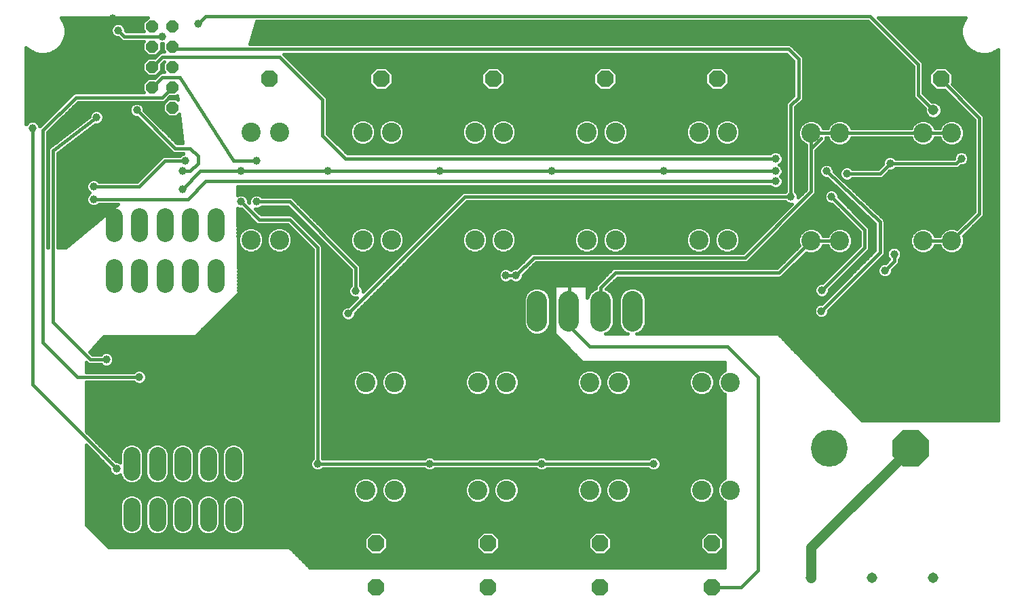
<source format=gbl>
G75*
G70*
%OFA0B0*%
%FSLAX24Y24*%
%IPPOS*%
%LPD*%
%AMOC8*
5,1,8,0,0,1.08239X$1,22.5*
%
%ADD10C,0.0945*%
%ADD11OC8,0.0827*%
%ADD12C,0.1004*%
%ADD13C,0.1810*%
%ADD14OC8,0.1810*%
%ADD15C,0.0515*%
%ADD16OC8,0.0600*%
%ADD17C,0.0827*%
%ADD18C,0.0396*%
%ADD19C,0.0160*%
%ADD20C,0.0500*%
D10*
X017430Y006380D03*
X018830Y006380D03*
X022930Y006380D03*
X024330Y006380D03*
X028430Y006380D03*
X029830Y006380D03*
X033930Y006380D03*
X035330Y006380D03*
X035330Y011680D03*
X033930Y011680D03*
X029830Y011680D03*
X028430Y011680D03*
X024330Y011680D03*
X022930Y011680D03*
X018830Y011680D03*
X017430Y011680D03*
X017280Y018680D03*
X018680Y018680D03*
X022780Y018680D03*
X024180Y018680D03*
X028280Y018680D03*
X029680Y018680D03*
X033780Y018680D03*
X035180Y018680D03*
X039305Y018630D03*
X040705Y018630D03*
X044805Y018630D03*
X046205Y018630D03*
X046205Y023930D03*
X044805Y023930D03*
X040705Y023930D03*
X039305Y023930D03*
X035180Y023980D03*
X033780Y023980D03*
X029680Y023980D03*
X028280Y023980D03*
X024180Y023980D03*
X022780Y023980D03*
X018680Y023980D03*
X017280Y023980D03*
X013180Y023980D03*
X011780Y023980D03*
X011780Y018680D03*
X013180Y018680D03*
D11*
X012680Y026597D03*
X012680Y028763D03*
X018180Y028763D03*
X018180Y026597D03*
X023680Y026597D03*
X023680Y028763D03*
X029180Y028763D03*
X029180Y026597D03*
X034680Y026597D03*
X034680Y028763D03*
X045680Y028763D03*
X045680Y026597D03*
X034430Y003763D03*
X034430Y001597D03*
X028930Y001597D03*
X028930Y003763D03*
X023430Y003763D03*
X023430Y001597D03*
X017930Y001597D03*
X017930Y003763D03*
D12*
X025841Y014678D02*
X025841Y015682D01*
X027400Y015682D02*
X027400Y014678D01*
X028960Y014678D02*
X028960Y015682D01*
X030519Y015682D02*
X030519Y014678D01*
D13*
X040180Y008430D03*
D14*
X044180Y008430D03*
D15*
X045305Y002055D03*
X042305Y002055D03*
X039305Y002055D03*
X039305Y025055D03*
X045305Y025055D03*
D16*
X007930Y025180D03*
X006930Y025180D03*
X006930Y026180D03*
X007930Y026180D03*
X007930Y027180D03*
X006930Y027180D03*
X006930Y028180D03*
X007930Y028180D03*
X007930Y029180D03*
X006930Y029180D03*
D17*
X006305Y019843D02*
X006305Y019017D01*
X005055Y019017D02*
X005055Y019843D01*
X007555Y019843D02*
X007555Y019017D01*
X008805Y019017D02*
X008805Y019843D01*
X010055Y019843D02*
X010055Y019017D01*
X010055Y017343D02*
X010055Y016517D01*
X008805Y016517D02*
X008805Y017343D01*
X007555Y017343D02*
X007555Y016517D01*
X006305Y016517D02*
X006305Y017343D01*
X005055Y017343D02*
X005055Y016517D01*
X005930Y008093D02*
X005930Y007267D01*
X007180Y007267D02*
X007180Y008093D01*
X008430Y008093D02*
X008430Y007267D01*
X009680Y007267D02*
X009680Y008093D01*
X010930Y008093D02*
X010930Y007267D01*
X010930Y005593D02*
X010930Y004767D01*
X009680Y004767D02*
X009680Y005593D01*
X008430Y005593D02*
X008430Y004767D01*
X007180Y004767D02*
X007180Y005593D01*
X005930Y005593D02*
X005930Y004767D01*
D18*
X005180Y007430D03*
X005430Y009430D03*
X006305Y011930D03*
X004680Y012805D03*
X015055Y007680D03*
X014180Y004930D03*
X019680Y003555D03*
X025180Y003555D03*
X030680Y003555D03*
X031555Y007680D03*
X026055Y007680D03*
X020555Y007680D03*
X017680Y013705D03*
X016555Y015055D03*
X016930Y016180D03*
X012055Y020555D03*
X011305Y020555D03*
X011305Y022055D03*
X012055Y022555D03*
X008555Y022555D03*
X008430Y022055D03*
X008430Y021180D03*
X006430Y022055D03*
X004055Y021305D03*
X004055Y020680D03*
X002430Y022680D03*
X001055Y024180D03*
X004205Y024705D03*
X005680Y025305D03*
X006180Y025055D03*
X005305Y026680D03*
X003180Y026430D03*
X005255Y028980D03*
X005005Y029555D03*
X007430Y028680D03*
X009180Y029305D03*
X016430Y026930D03*
X021930Y026930D03*
X027430Y026930D03*
X032930Y026930D03*
X038180Y026930D03*
X043805Y026555D03*
X046680Y022680D03*
X043180Y022430D03*
X041055Y021930D03*
X040055Y022055D03*
X040305Y020805D03*
X039555Y020180D03*
X038305Y020805D03*
X037555Y020180D03*
X037555Y021555D03*
X037555Y022055D03*
X037555Y022680D03*
X032055Y022055D03*
X026555Y022055D03*
X021055Y022055D03*
X015555Y022055D03*
X024305Y016930D03*
X024805Y016930D03*
X024430Y014680D03*
X031930Y015680D03*
X031930Y015680D03*
X038680Y013930D03*
X039805Y015180D03*
X039830Y016205D03*
X042930Y017180D03*
X043380Y017980D03*
X047180Y018180D03*
X047180Y014805D03*
D19*
X004805Y003555D02*
X003680Y004680D01*
X003680Y008591D01*
X004822Y007449D01*
X004822Y007359D01*
X004876Y007227D01*
X004977Y007126D01*
X005109Y007072D01*
X005251Y007072D01*
X005370Y007121D01*
X005444Y006942D01*
X005605Y006781D01*
X005816Y006693D01*
X006044Y006693D01*
X006255Y006781D01*
X006416Y006942D01*
X006503Y007153D01*
X006503Y008207D01*
X006416Y008418D01*
X006255Y008579D01*
X006044Y008667D01*
X005816Y008667D01*
X005605Y008579D01*
X005444Y008418D01*
X005357Y008207D01*
X005357Y007744D01*
X005251Y007788D01*
X005161Y007788D01*
X003680Y009269D01*
X003680Y011690D01*
X006039Y011690D01*
X006102Y011626D01*
X006234Y011572D01*
X006376Y011572D01*
X006508Y011626D01*
X006609Y011727D01*
X006663Y011859D01*
X006663Y012001D01*
X006609Y012133D01*
X006508Y012234D01*
X006376Y012288D01*
X006234Y012288D01*
X006102Y012234D01*
X006039Y012170D01*
X003680Y012170D01*
X003680Y012667D01*
X003746Y012602D01*
X003834Y012565D01*
X004414Y012565D01*
X004477Y012501D01*
X004609Y012447D01*
X004751Y012447D01*
X004883Y012501D01*
X004984Y012602D01*
X005038Y012734D01*
X005038Y012876D01*
X004984Y013008D01*
X004883Y013109D01*
X004751Y013163D01*
X004609Y013163D01*
X004477Y013109D01*
X004414Y013045D01*
X003981Y013045D01*
X003874Y013152D01*
X004555Y013930D01*
X009055Y013930D01*
X011180Y016055D01*
X011148Y018552D01*
X011244Y018322D01*
X011422Y018144D01*
X011654Y018048D01*
X011906Y018048D01*
X012138Y018144D01*
X012316Y018322D01*
X012412Y018554D01*
X012412Y018806D01*
X012316Y019038D01*
X012138Y019216D01*
X011906Y019312D01*
X011654Y019312D01*
X011422Y019216D01*
X011244Y019038D01*
X011148Y018806D01*
X011148Y018618D01*
X011127Y020241D01*
X011234Y020197D01*
X011324Y020197D01*
X012044Y019477D01*
X012132Y019440D01*
X013581Y019440D01*
X014815Y018206D01*
X014815Y007946D01*
X014751Y007883D01*
X014697Y007751D01*
X014697Y007609D01*
X014751Y007477D01*
X014852Y007376D01*
X014984Y007322D01*
X015126Y007322D01*
X015258Y007376D01*
X015321Y007440D01*
X020289Y007440D01*
X020352Y007376D01*
X020484Y007322D01*
X020626Y007322D01*
X020758Y007376D01*
X020821Y007440D01*
X025789Y007440D01*
X025852Y007376D01*
X025984Y007322D01*
X026126Y007322D01*
X026258Y007376D01*
X026321Y007440D01*
X031289Y007440D01*
X031352Y007376D01*
X031484Y007322D01*
X031626Y007322D01*
X031758Y007376D01*
X031859Y007477D01*
X031913Y007609D01*
X031913Y007751D01*
X031859Y007883D01*
X031758Y007984D01*
X031626Y008038D01*
X031484Y008038D01*
X031352Y007984D01*
X031289Y007920D01*
X026321Y007920D01*
X026258Y007984D01*
X026126Y008038D01*
X025984Y008038D01*
X025852Y007984D01*
X025789Y007920D01*
X020821Y007920D01*
X020758Y007984D01*
X020626Y008038D01*
X020484Y008038D01*
X020352Y007984D01*
X020289Y007920D01*
X015321Y007920D01*
X015295Y007946D01*
X015295Y018353D01*
X015258Y018441D01*
X013883Y019816D01*
X013816Y019883D01*
X013728Y019920D01*
X012279Y019920D01*
X012003Y020197D01*
X012126Y020197D01*
X012258Y020251D01*
X012321Y020315D01*
X013581Y020315D01*
X016690Y017206D01*
X016690Y016446D01*
X016626Y016383D01*
X016572Y016251D01*
X016572Y016109D01*
X016626Y015977D01*
X016727Y015876D01*
X016859Y015822D01*
X016982Y015822D01*
X016574Y015413D01*
X016484Y015413D01*
X016352Y015359D01*
X016251Y015258D01*
X016197Y015126D01*
X016197Y014984D01*
X016251Y014852D01*
X016352Y014751D01*
X016484Y014697D01*
X016626Y014697D01*
X016758Y014751D01*
X016859Y014852D01*
X016913Y014984D01*
X016913Y015074D01*
X022404Y020565D01*
X038039Y020565D01*
X038102Y020501D01*
X038234Y020447D01*
X038357Y020447D01*
X035956Y018045D01*
X025632Y018045D01*
X025544Y018008D01*
X024824Y017288D01*
X024734Y017288D01*
X024602Y017234D01*
X024555Y017186D01*
X024508Y017234D01*
X024376Y017288D01*
X024234Y017288D01*
X024102Y017234D01*
X024001Y017133D01*
X023947Y017001D01*
X023947Y016859D01*
X024001Y016727D01*
X024102Y016626D01*
X024234Y016572D01*
X024376Y016572D01*
X024508Y016626D01*
X024555Y016674D01*
X024602Y016626D01*
X024734Y016572D01*
X024876Y016572D01*
X025008Y016626D01*
X025109Y016727D01*
X025163Y016859D01*
X025163Y016949D01*
X025779Y017565D01*
X036103Y017565D01*
X036191Y017602D01*
X036258Y017669D01*
X039508Y020919D01*
X039545Y021007D01*
X039545Y023081D01*
X040008Y023544D01*
X040045Y023632D01*
X040045Y023690D01*
X040120Y023690D01*
X040169Y023572D01*
X040347Y023394D01*
X040579Y023298D01*
X040831Y023298D01*
X041063Y023394D01*
X041241Y023572D01*
X041290Y023690D01*
X044220Y023690D01*
X044269Y023572D01*
X044447Y023394D01*
X044679Y023298D01*
X044931Y023298D01*
X045163Y023394D01*
X045341Y023572D01*
X045390Y023690D01*
X045620Y023690D01*
X045669Y023572D01*
X045847Y023394D01*
X046079Y023298D01*
X046331Y023298D01*
X046563Y023394D01*
X046741Y023572D01*
X046837Y023804D01*
X046837Y024056D01*
X046741Y024288D01*
X046563Y024466D01*
X046331Y024562D01*
X046079Y024562D01*
X045847Y024466D01*
X045669Y024288D01*
X045620Y024170D01*
X045390Y024170D01*
X045341Y024288D01*
X045163Y024466D01*
X044931Y024562D01*
X044679Y024562D01*
X044447Y024466D01*
X044269Y024288D01*
X044220Y024170D01*
X041290Y024170D01*
X041241Y024288D01*
X041063Y024466D01*
X040831Y024562D01*
X040579Y024562D01*
X040347Y024466D01*
X040169Y024288D01*
X040120Y024170D01*
X039890Y024170D01*
X039841Y024288D01*
X039663Y024466D01*
X039431Y024562D01*
X039179Y024562D01*
X038947Y024466D01*
X038769Y024288D01*
X038673Y024056D01*
X038673Y023804D01*
X038769Y023572D01*
X038947Y023394D01*
X039065Y023345D01*
X039065Y021154D01*
X038663Y020753D01*
X038663Y020876D01*
X038609Y021008D01*
X038545Y021071D01*
X038545Y025206D01*
X038883Y025544D01*
X038920Y025632D01*
X038920Y027603D01*
X038883Y027691D01*
X038816Y027758D01*
X038316Y028258D01*
X038228Y028295D01*
X011742Y028295D01*
X012074Y029440D01*
X042081Y029440D01*
X044315Y027206D01*
X044315Y025757D01*
X044352Y025669D01*
X044888Y025133D01*
X044888Y024972D01*
X044951Y024819D01*
X045069Y024701D01*
X045222Y024638D01*
X045388Y024638D01*
X045541Y024701D01*
X045659Y024819D01*
X045722Y024972D01*
X045722Y025138D01*
X045659Y025291D01*
X045541Y025409D01*
X045388Y025472D01*
X045227Y025472D01*
X044795Y025904D01*
X044795Y027353D01*
X044758Y027441D01*
X044691Y027508D01*
X042583Y029616D01*
X046896Y029616D01*
X046752Y029366D01*
X046675Y029079D01*
X046675Y028781D01*
X046752Y028494D01*
X046901Y028236D01*
X047111Y028026D01*
X047369Y027877D01*
X047656Y027800D01*
X047954Y027800D01*
X048241Y027877D01*
X048490Y028021D01*
X048490Y009805D01*
X041805Y009805D01*
X037680Y014055D01*
X030744Y014055D01*
X030894Y014117D01*
X031080Y014303D01*
X031181Y014546D01*
X031181Y015814D01*
X031080Y016057D01*
X030894Y016243D01*
X030650Y016344D01*
X030387Y016344D01*
X030144Y016243D01*
X029957Y016057D01*
X029857Y015814D01*
X029857Y014546D01*
X029957Y014303D01*
X030144Y014117D01*
X030293Y014055D01*
X029185Y014055D01*
X029335Y014117D01*
X029521Y014303D01*
X029621Y014546D01*
X029621Y015814D01*
X029521Y016057D01*
X029335Y016243D01*
X029245Y016280D01*
X029779Y016815D01*
X037778Y016815D01*
X037866Y016852D01*
X039061Y018047D01*
X039179Y017998D01*
X039431Y017998D01*
X039663Y018094D01*
X039841Y018272D01*
X039890Y018390D01*
X040120Y018390D01*
X040169Y018272D01*
X040347Y018094D01*
X040579Y017998D01*
X040831Y017998D01*
X041063Y018094D01*
X041241Y018272D01*
X041337Y018504D01*
X041337Y018756D01*
X041241Y018988D01*
X041063Y019166D01*
X040831Y019262D01*
X040579Y019262D01*
X040347Y019166D01*
X040169Y018988D01*
X040120Y018870D01*
X039890Y018870D01*
X039841Y018988D01*
X039663Y019166D01*
X039431Y019262D01*
X039179Y019262D01*
X038947Y019166D01*
X038769Y018988D01*
X038673Y018756D01*
X038673Y018504D01*
X038722Y018386D01*
X037631Y017295D01*
X029632Y017295D01*
X029544Y017258D01*
X029477Y017191D01*
X028756Y016470D01*
X028720Y016382D01*
X028720Y016299D01*
X028585Y016243D01*
X028398Y016057D01*
X028305Y015832D01*
X028305Y016430D01*
X026680Y016430D01*
X026680Y014055D01*
X028055Y012680D01*
X035055Y012680D01*
X035055Y012251D01*
X034972Y012216D01*
X034794Y012038D01*
X034698Y011806D01*
X034698Y011554D01*
X034794Y011322D01*
X034972Y011144D01*
X035055Y011109D01*
X035055Y006951D01*
X034972Y006916D01*
X034794Y006738D01*
X034698Y006506D01*
X034698Y006254D01*
X034794Y006022D01*
X034972Y005844D01*
X035055Y005809D01*
X035055Y002555D01*
X014680Y002555D01*
X013680Y003555D01*
X004805Y003555D01*
X004693Y003667D02*
X017357Y003667D01*
X017357Y003525D02*
X017692Y003189D01*
X018168Y003189D01*
X018503Y003525D01*
X018503Y004000D01*
X018168Y004336D01*
X017692Y004336D01*
X017357Y004000D01*
X017357Y003525D01*
X017373Y003509D02*
X013726Y003509D01*
X013885Y003350D02*
X017532Y003350D01*
X017690Y003192D02*
X014043Y003192D01*
X014202Y003033D02*
X035055Y003033D01*
X035055Y002875D02*
X014360Y002875D01*
X014519Y002716D02*
X035055Y002716D01*
X035055Y002558D02*
X014677Y002558D01*
X017357Y003826D02*
X004534Y003826D01*
X004376Y003984D02*
X017357Y003984D01*
X017499Y004143D02*
X004217Y004143D01*
X004059Y004301D02*
X005585Y004301D01*
X005605Y004281D02*
X005816Y004193D01*
X006044Y004193D01*
X006255Y004281D01*
X006416Y004442D01*
X006503Y004653D01*
X006503Y005707D01*
X006416Y005918D01*
X006255Y006079D01*
X006044Y006167D01*
X005816Y006167D01*
X005605Y006079D01*
X005444Y005918D01*
X005357Y005707D01*
X005357Y004653D01*
X005444Y004442D01*
X005605Y004281D01*
X005437Y004460D02*
X003900Y004460D01*
X003742Y004618D02*
X005371Y004618D01*
X005357Y004777D02*
X003680Y004777D01*
X003680Y004935D02*
X005357Y004935D01*
X005357Y005094D02*
X003680Y005094D01*
X003680Y005252D02*
X005357Y005252D01*
X005357Y005411D02*
X003680Y005411D01*
X003680Y005569D02*
X005357Y005569D01*
X005365Y005728D02*
X003680Y005728D01*
X003680Y005886D02*
X005431Y005886D01*
X005570Y006045D02*
X003680Y006045D01*
X003680Y006203D02*
X016819Y006203D01*
X016798Y006254D02*
X016894Y006022D01*
X017072Y005844D01*
X017304Y005748D01*
X017556Y005748D01*
X017788Y005844D01*
X017966Y006022D01*
X018062Y006254D01*
X018062Y006506D01*
X017966Y006738D01*
X017788Y006916D01*
X017556Y007012D01*
X017304Y007012D01*
X017072Y006916D01*
X016894Y006738D01*
X016798Y006506D01*
X016798Y006254D01*
X016798Y006362D02*
X003680Y006362D01*
X003680Y006520D02*
X016803Y006520D01*
X016869Y006679D02*
X003680Y006679D01*
X003680Y006837D02*
X005549Y006837D01*
X005422Y006996D02*
X003680Y006996D01*
X003680Y007154D02*
X004950Y007154D01*
X004841Y007313D02*
X003680Y007313D01*
X003680Y007471D02*
X004800Y007471D01*
X004641Y007630D02*
X003680Y007630D01*
X003680Y007788D02*
X004483Y007788D01*
X004324Y007947D02*
X003680Y007947D01*
X003680Y008105D02*
X004166Y008105D01*
X004007Y008264D02*
X003680Y008264D01*
X003680Y008422D02*
X003849Y008422D01*
X003690Y008581D02*
X003680Y008581D01*
X004052Y008898D02*
X014815Y008898D01*
X014815Y009056D02*
X003893Y009056D01*
X003735Y009215D02*
X014815Y009215D01*
X014815Y009373D02*
X003680Y009373D01*
X003680Y009532D02*
X014815Y009532D01*
X014815Y009690D02*
X003680Y009690D01*
X003680Y009849D02*
X014815Y009849D01*
X014815Y010007D02*
X003680Y010007D01*
X003680Y010166D02*
X014815Y010166D01*
X014815Y010324D02*
X003680Y010324D01*
X003680Y010483D02*
X014815Y010483D01*
X014815Y010641D02*
X003680Y010641D01*
X003680Y010800D02*
X014815Y010800D01*
X014815Y010958D02*
X003680Y010958D01*
X003680Y011117D02*
X014815Y011117D01*
X014815Y011275D02*
X003680Y011275D01*
X003680Y011434D02*
X014815Y011434D01*
X014815Y011592D02*
X006425Y011592D01*
X006185Y011592D02*
X003680Y011592D01*
X003253Y011930D02*
X001555Y013628D01*
X001555Y024055D01*
X003180Y025680D01*
X007430Y025680D01*
X007930Y026180D01*
X008305Y026680D02*
X007430Y026680D01*
X006930Y026180D01*
X006470Y026174D02*
X000740Y026174D01*
X000740Y026016D02*
X006470Y026016D01*
X006470Y025989D02*
X006539Y025920D01*
X003132Y025920D01*
X003044Y025883D01*
X002977Y025816D01*
X001413Y024252D01*
X001359Y024383D01*
X001258Y024484D01*
X001126Y024538D01*
X000984Y024538D01*
X000852Y024484D01*
X000751Y024383D01*
X000740Y024355D01*
X000740Y028147D01*
X000861Y028026D01*
X001119Y027877D01*
X001406Y027800D01*
X001704Y027800D01*
X001991Y027877D01*
X002249Y028026D01*
X002459Y028236D01*
X002608Y028494D01*
X002685Y028781D01*
X002685Y029079D01*
X002608Y029366D01*
X002464Y029616D01*
X006716Y029616D01*
X006470Y029371D01*
X006470Y028989D01*
X006539Y028920D01*
X005654Y028920D01*
X005613Y028961D01*
X005613Y029051D01*
X005559Y029183D01*
X005458Y029284D01*
X005326Y029338D01*
X005184Y029338D01*
X005052Y029284D01*
X004951Y029183D01*
X004897Y029051D01*
X004897Y028909D01*
X004951Y028777D01*
X005052Y028676D01*
X005184Y028622D01*
X005274Y028622D01*
X005419Y028477D01*
X005507Y028440D01*
X006539Y028440D01*
X006470Y028371D01*
X006470Y027989D01*
X006739Y027720D01*
X007121Y027720D01*
X007390Y027989D01*
X007390Y028322D01*
X007470Y028322D01*
X007470Y027989D01*
X007539Y027920D01*
X007382Y027920D01*
X007294Y027883D01*
X007051Y027640D01*
X006739Y027640D01*
X006470Y027371D01*
X006470Y026989D01*
X006739Y026720D01*
X007121Y026720D01*
X007390Y026989D01*
X007390Y027301D01*
X007529Y027440D01*
X007539Y027440D01*
X007470Y027371D01*
X007470Y026989D01*
X007539Y026920D01*
X007382Y026920D01*
X007294Y026883D01*
X007051Y026640D01*
X006739Y026640D01*
X006470Y026371D01*
X006470Y025989D01*
X006470Y026333D02*
X000740Y026333D01*
X000740Y026491D02*
X006591Y026491D01*
X006651Y026808D02*
X000740Y026808D01*
X000740Y026650D02*
X007060Y026650D01*
X007209Y026808D02*
X007219Y026808D01*
X007367Y026967D02*
X007493Y026967D01*
X007470Y027125D02*
X007390Y027125D01*
X007390Y027284D02*
X007470Y027284D01*
X007430Y027680D02*
X006930Y027180D01*
X006470Y027125D02*
X000740Y027125D01*
X000740Y026967D02*
X006493Y026967D01*
X006470Y027284D02*
X000740Y027284D01*
X000740Y027442D02*
X006542Y027442D01*
X006700Y027601D02*
X000740Y027601D01*
X000740Y027759D02*
X006700Y027759D01*
X006542Y027918D02*
X002061Y027918D01*
X002299Y028076D02*
X006470Y028076D01*
X006470Y028235D02*
X002458Y028235D01*
X002550Y028393D02*
X006493Y028393D01*
X006470Y029027D02*
X005613Y029027D01*
X005556Y029186D02*
X006470Y029186D01*
X006470Y029344D02*
X002614Y029344D01*
X002656Y029186D02*
X004954Y029186D01*
X004897Y029027D02*
X002685Y029027D01*
X002685Y028869D02*
X004914Y028869D01*
X005019Y028710D02*
X002666Y028710D01*
X002623Y028552D02*
X005344Y028552D01*
X005555Y028680D02*
X005255Y028980D01*
X005555Y028680D02*
X007430Y028680D01*
X007390Y028235D02*
X007470Y028235D01*
X007470Y028076D02*
X007390Y028076D01*
X007376Y027918D02*
X007318Y027918D01*
X007170Y027759D02*
X007160Y027759D01*
X007430Y027680D02*
X013180Y027680D01*
X015305Y025555D01*
X015305Y023805D01*
X016430Y022680D01*
X037555Y022680D01*
X037913Y022687D02*
X038065Y022687D01*
X038065Y022529D02*
X037880Y022529D01*
X037859Y022477D02*
X037913Y022609D01*
X037913Y022751D01*
X037859Y022883D01*
X037758Y022984D01*
X037626Y023038D01*
X037484Y023038D01*
X037352Y022984D01*
X037289Y022920D01*
X016529Y022920D01*
X015545Y023904D01*
X015545Y025603D01*
X015508Y025691D01*
X015441Y025758D01*
X013384Y027815D01*
X038081Y027815D01*
X038440Y027456D01*
X038440Y025779D01*
X038169Y025508D01*
X038102Y025441D01*
X038065Y025353D01*
X038065Y021071D01*
X038039Y021045D01*
X022257Y021045D01*
X022169Y021008D01*
X022102Y020941D01*
X017288Y016128D01*
X017288Y016251D01*
X017234Y016383D01*
X017170Y016446D01*
X017170Y017353D01*
X017133Y017441D01*
X013883Y020691D01*
X013816Y020758D01*
X013728Y020795D01*
X012321Y020795D01*
X012258Y020859D01*
X012126Y020913D01*
X011984Y020913D01*
X011852Y020859D01*
X011751Y020758D01*
X011697Y020626D01*
X011697Y020503D01*
X011663Y020536D01*
X011663Y020626D01*
X011609Y020758D01*
X011508Y020859D01*
X011376Y020913D01*
X011234Y020913D01*
X011119Y020866D01*
X011113Y021315D01*
X037289Y021315D01*
X037352Y021251D01*
X037484Y021197D01*
X037626Y021197D01*
X037758Y021251D01*
X037859Y021352D01*
X037913Y021484D01*
X037913Y021626D01*
X037859Y021758D01*
X037811Y021805D01*
X037859Y021852D01*
X037913Y021984D01*
X037913Y022126D01*
X037859Y022258D01*
X037758Y022359D01*
X037736Y022368D01*
X037758Y022376D01*
X037859Y022477D01*
X037742Y022370D02*
X038065Y022370D01*
X038065Y022212D02*
X037878Y022212D01*
X037913Y022053D02*
X038065Y022053D01*
X038065Y021895D02*
X037876Y021895D01*
X037868Y021736D02*
X038065Y021736D01*
X038065Y021578D02*
X037913Y021578D01*
X037886Y021419D02*
X038065Y021419D01*
X038065Y021261D02*
X037767Y021261D01*
X038065Y021102D02*
X011116Y021102D01*
X011118Y020944D02*
X022104Y020944D01*
X022102Y020941D02*
X022102Y020941D01*
X021946Y020785D02*
X013752Y020785D01*
X013680Y020555D02*
X012055Y020555D01*
X012316Y020310D02*
X013586Y020310D01*
X013745Y020151D02*
X012048Y020151D01*
X012207Y019993D02*
X013903Y019993D01*
X013865Y019834D02*
X014062Y019834D01*
X014024Y019676D02*
X014220Y019676D01*
X014182Y019517D02*
X014379Y019517D01*
X014341Y019359D02*
X014537Y019359D01*
X014499Y019200D02*
X014696Y019200D01*
X014658Y019042D02*
X014854Y019042D01*
X014816Y018883D02*
X015013Y018883D01*
X014975Y018725D02*
X015171Y018725D01*
X015133Y018566D02*
X015330Y018566D01*
X015272Y018408D02*
X015488Y018408D01*
X015647Y018249D02*
X015295Y018249D01*
X015295Y018091D02*
X015805Y018091D01*
X015964Y017932D02*
X015295Y017932D01*
X015295Y017774D02*
X016122Y017774D01*
X016281Y017615D02*
X015295Y017615D01*
X015295Y017457D02*
X016439Y017457D01*
X016598Y017298D02*
X015295Y017298D01*
X015295Y017140D02*
X016690Y017140D01*
X016690Y016981D02*
X015295Y016981D01*
X015295Y016823D02*
X016690Y016823D01*
X016690Y016664D02*
X015295Y016664D01*
X015295Y016506D02*
X016690Y016506D01*
X016612Y016347D02*
X015295Y016347D01*
X015295Y016189D02*
X016572Y016189D01*
X016605Y016030D02*
X015295Y016030D01*
X015295Y015872D02*
X016739Y015872D01*
X016874Y015713D02*
X015295Y015713D01*
X015295Y015555D02*
X016715Y015555D01*
X016443Y015396D02*
X015295Y015396D01*
X015295Y015238D02*
X016243Y015238D01*
X016197Y015079D02*
X015295Y015079D01*
X015295Y014921D02*
X016223Y014921D01*
X016342Y014762D02*
X015295Y014762D01*
X015295Y014604D02*
X025179Y014604D01*
X025179Y014546D02*
X025280Y014303D01*
X025466Y014117D01*
X025710Y014016D01*
X025973Y014016D01*
X026216Y014117D01*
X026403Y014303D01*
X026503Y014546D01*
X026503Y015814D01*
X026403Y016057D01*
X026216Y016243D01*
X025973Y016344D01*
X025710Y016344D01*
X025466Y016243D01*
X025280Y016057D01*
X025179Y015814D01*
X025179Y014546D01*
X025221Y014445D02*
X015295Y014445D01*
X015295Y014287D02*
X025297Y014287D01*
X025455Y014128D02*
X015295Y014128D01*
X015295Y013970D02*
X026765Y013970D01*
X026680Y014128D02*
X026228Y014128D01*
X026386Y014287D02*
X026680Y014287D01*
X026680Y014445D02*
X026461Y014445D01*
X026503Y014604D02*
X026680Y014604D01*
X026680Y014762D02*
X026503Y014762D01*
X026503Y014921D02*
X026680Y014921D01*
X026680Y015079D02*
X026503Y015079D01*
X026503Y015238D02*
X026680Y015238D01*
X026680Y015396D02*
X026503Y015396D01*
X026503Y015555D02*
X026680Y015555D01*
X026680Y015713D02*
X026503Y015713D01*
X026479Y015872D02*
X026680Y015872D01*
X026680Y016030D02*
X026414Y016030D01*
X026271Y016189D02*
X026680Y016189D01*
X026680Y016347D02*
X018186Y016347D01*
X018028Y016189D02*
X025412Y016189D01*
X025269Y016030D02*
X017869Y016030D01*
X017711Y015872D02*
X025203Y015872D01*
X025179Y015713D02*
X017552Y015713D01*
X017394Y015555D02*
X025179Y015555D01*
X025179Y015396D02*
X017235Y015396D01*
X017077Y015238D02*
X025179Y015238D01*
X025179Y015079D02*
X016918Y015079D01*
X016887Y014921D02*
X025179Y014921D01*
X025179Y014762D02*
X016768Y014762D01*
X016555Y015055D02*
X022305Y020805D01*
X038305Y020805D01*
X038305Y025305D01*
X038680Y025680D01*
X038680Y027555D01*
X038180Y028055D01*
X008055Y028055D01*
X007930Y028180D01*
X009180Y029305D02*
X009555Y029680D01*
X042180Y029680D01*
X044555Y027305D01*
X044555Y025805D01*
X045305Y025055D01*
X045687Y025223D02*
X046673Y025223D01*
X046831Y025065D02*
X045722Y025065D01*
X045695Y024906D02*
X046990Y024906D01*
X047148Y024748D02*
X045588Y024748D01*
X045811Y024431D02*
X045199Y024431D01*
X045348Y024272D02*
X045662Y024272D01*
X046180Y023930D02*
X044805Y023930D01*
X040705Y023930D01*
X039305Y023930D01*
X039305Y023180D01*
X039805Y023680D01*
X040045Y023638D02*
X040141Y023638D01*
X040261Y023480D02*
X039944Y023480D01*
X039785Y023321D02*
X040523Y023321D01*
X040887Y023321D02*
X044623Y023321D01*
X044361Y023480D02*
X041149Y023480D01*
X041269Y023638D02*
X044241Y023638D01*
X044262Y024272D02*
X041248Y024272D01*
X041099Y024431D02*
X044411Y024431D01*
X045022Y024748D02*
X038545Y024748D01*
X038545Y024906D02*
X044915Y024906D01*
X044888Y025065D02*
X038545Y025065D01*
X038562Y025223D02*
X044798Y025223D01*
X044639Y025382D02*
X038721Y025382D01*
X038879Y025540D02*
X044481Y025540D01*
X044339Y025699D02*
X038920Y025699D01*
X038920Y025857D02*
X044315Y025857D01*
X044315Y026016D02*
X038920Y026016D01*
X038920Y026174D02*
X044315Y026174D01*
X044315Y026333D02*
X038920Y026333D01*
X038920Y026491D02*
X044315Y026491D01*
X044315Y026650D02*
X038920Y026650D01*
X038920Y026808D02*
X044315Y026808D01*
X044315Y026967D02*
X038920Y026967D01*
X038920Y027125D02*
X044315Y027125D01*
X044237Y027284D02*
X038920Y027284D01*
X038920Y027442D02*
X044079Y027442D01*
X043920Y027601D02*
X038920Y027601D01*
X038815Y027759D02*
X043762Y027759D01*
X043603Y027918D02*
X038657Y027918D01*
X038498Y028076D02*
X043445Y028076D01*
X043286Y028235D02*
X038340Y028235D01*
X038137Y027759D02*
X013440Y027759D01*
X013599Y027601D02*
X038295Y027601D01*
X038440Y027442D02*
X013757Y027442D01*
X013916Y027284D02*
X038440Y027284D01*
X038440Y027125D02*
X034963Y027125D01*
X034918Y027171D02*
X035253Y026835D01*
X035253Y026360D01*
X034918Y026024D01*
X034442Y026024D01*
X034107Y026360D01*
X034107Y026835D01*
X034442Y027171D01*
X034918Y027171D01*
X035122Y026967D02*
X038440Y026967D01*
X038440Y026808D02*
X035253Y026808D01*
X035253Y026650D02*
X038440Y026650D01*
X038440Y026491D02*
X035253Y026491D01*
X035226Y026333D02*
X038440Y026333D01*
X038440Y026174D02*
X035068Y026174D01*
X034292Y026174D02*
X029568Y026174D01*
X029418Y026024D02*
X029753Y026360D01*
X029753Y026835D01*
X029418Y027171D01*
X028942Y027171D01*
X028607Y026835D01*
X028607Y026360D01*
X028942Y026024D01*
X029418Y026024D01*
X029726Y026333D02*
X034134Y026333D01*
X034107Y026491D02*
X029753Y026491D01*
X029753Y026650D02*
X034107Y026650D01*
X034107Y026808D02*
X029753Y026808D01*
X029622Y026967D02*
X034238Y026967D01*
X034397Y027125D02*
X029463Y027125D01*
X028897Y027125D02*
X023963Y027125D01*
X023918Y027171D02*
X023442Y027171D01*
X023107Y026835D01*
X023107Y026360D01*
X023442Y026024D01*
X023918Y026024D01*
X024253Y026360D01*
X024253Y026835D01*
X023918Y027171D01*
X024122Y026967D02*
X028738Y026967D01*
X028607Y026808D02*
X024253Y026808D01*
X024253Y026650D02*
X028607Y026650D01*
X028607Y026491D02*
X024253Y026491D01*
X024226Y026333D02*
X028634Y026333D01*
X028792Y026174D02*
X024068Y026174D01*
X023292Y026174D02*
X018568Y026174D01*
X018418Y026024D02*
X017942Y026024D01*
X017607Y026360D01*
X017607Y026835D01*
X017942Y027171D01*
X018418Y027171D01*
X018753Y026835D01*
X018753Y026360D01*
X018418Y026024D01*
X018726Y026333D02*
X023134Y026333D01*
X023107Y026491D02*
X018753Y026491D01*
X018753Y026650D02*
X023107Y026650D01*
X023107Y026808D02*
X018753Y026808D01*
X018622Y026967D02*
X023238Y026967D01*
X023397Y027125D02*
X018463Y027125D01*
X017897Y027125D02*
X014074Y027125D01*
X014233Y026967D02*
X017738Y026967D01*
X017607Y026808D02*
X014391Y026808D01*
X014550Y026650D02*
X017607Y026650D01*
X017607Y026491D02*
X014708Y026491D01*
X014867Y026333D02*
X017634Y026333D01*
X017792Y026174D02*
X015025Y026174D01*
X015184Y026016D02*
X038440Y026016D01*
X038440Y025857D02*
X015342Y025857D01*
X015501Y025699D02*
X038359Y025699D01*
X038201Y025540D02*
X015545Y025540D01*
X015545Y025382D02*
X038077Y025382D01*
X038065Y025223D02*
X015545Y025223D01*
X015545Y025065D02*
X038065Y025065D01*
X038065Y024906D02*
X015545Y024906D01*
X015545Y024748D02*
X038065Y024748D01*
X038065Y024589D02*
X035362Y024589D01*
X035306Y024612D02*
X035054Y024612D01*
X034822Y024516D01*
X034644Y024338D01*
X034548Y024106D01*
X034548Y023854D01*
X034644Y023622D01*
X034822Y023444D01*
X035054Y023348D01*
X035306Y023348D01*
X035538Y023444D01*
X035716Y023622D01*
X035812Y023854D01*
X035812Y024106D01*
X035716Y024338D01*
X035538Y024516D01*
X035306Y024612D01*
X034998Y024589D02*
X033962Y024589D01*
X033906Y024612D02*
X033654Y024612D01*
X033422Y024516D01*
X033244Y024338D01*
X033148Y024106D01*
X033148Y023854D01*
X033244Y023622D01*
X033422Y023444D01*
X033654Y023348D01*
X033906Y023348D01*
X034138Y023444D01*
X034316Y023622D01*
X034412Y023854D01*
X034412Y024106D01*
X034316Y024338D01*
X034138Y024516D01*
X033906Y024612D01*
X033598Y024589D02*
X029862Y024589D01*
X029806Y024612D02*
X029554Y024612D01*
X029322Y024516D01*
X029144Y024338D01*
X029048Y024106D01*
X029048Y023854D01*
X029144Y023622D01*
X029322Y023444D01*
X029554Y023348D01*
X029806Y023348D01*
X030038Y023444D01*
X030216Y023622D01*
X030312Y023854D01*
X030312Y024106D01*
X030216Y024338D01*
X030038Y024516D01*
X029806Y024612D01*
X029498Y024589D02*
X028462Y024589D01*
X028406Y024612D02*
X028154Y024612D01*
X027922Y024516D01*
X027744Y024338D01*
X027648Y024106D01*
X027648Y023854D01*
X027744Y023622D01*
X027922Y023444D01*
X028154Y023348D01*
X028406Y023348D01*
X028638Y023444D01*
X028816Y023622D01*
X028912Y023854D01*
X028912Y024106D01*
X028816Y024338D01*
X028638Y024516D01*
X028406Y024612D01*
X028098Y024589D02*
X024362Y024589D01*
X024306Y024612D02*
X024538Y024516D01*
X024716Y024338D01*
X024812Y024106D01*
X024812Y023854D01*
X024716Y023622D01*
X024538Y023444D01*
X024306Y023348D01*
X024054Y023348D01*
X023822Y023444D01*
X023644Y023622D01*
X023548Y023854D01*
X023548Y024106D01*
X023644Y024338D01*
X023822Y024516D01*
X024054Y024612D01*
X024306Y024612D01*
X023998Y024589D02*
X022962Y024589D01*
X022906Y024612D02*
X022654Y024612D01*
X022422Y024516D01*
X022244Y024338D01*
X022148Y024106D01*
X022148Y023854D01*
X022244Y023622D01*
X022422Y023444D01*
X022654Y023348D01*
X022906Y023348D01*
X023138Y023444D01*
X023316Y023622D01*
X023412Y023854D01*
X023412Y024106D01*
X023316Y024338D01*
X023138Y024516D01*
X022906Y024612D01*
X022598Y024589D02*
X018862Y024589D01*
X018806Y024612D02*
X019038Y024516D01*
X019216Y024338D01*
X019312Y024106D01*
X019312Y023854D01*
X019216Y023622D01*
X019038Y023444D01*
X018806Y023348D01*
X018554Y023348D01*
X018322Y023444D01*
X018144Y023622D01*
X018048Y023854D01*
X018048Y024106D01*
X018144Y024338D01*
X018322Y024516D01*
X018554Y024612D01*
X018806Y024612D01*
X018498Y024589D02*
X017462Y024589D01*
X017406Y024612D02*
X017638Y024516D01*
X017816Y024338D01*
X017912Y024106D01*
X017912Y023854D01*
X017816Y023622D01*
X017638Y023444D01*
X017406Y023348D01*
X017154Y023348D01*
X016922Y023444D01*
X016744Y023622D01*
X016648Y023854D01*
X016648Y024106D01*
X016744Y024338D01*
X016922Y024516D01*
X017154Y024612D01*
X017406Y024612D01*
X017098Y024589D02*
X015545Y024589D01*
X015545Y024431D02*
X016836Y024431D01*
X016716Y024272D02*
X015545Y024272D01*
X015545Y024114D02*
X016651Y024114D01*
X016648Y023955D02*
X015545Y023955D01*
X015653Y023797D02*
X016671Y023797D01*
X016737Y023638D02*
X015811Y023638D01*
X015970Y023480D02*
X016886Y023480D01*
X016287Y023163D02*
X038065Y023163D01*
X038065Y023321D02*
X016128Y023321D01*
X016445Y023004D02*
X037402Y023004D01*
X037708Y023004D02*
X038065Y023004D01*
X038065Y022846D02*
X037874Y022846D01*
X038065Y023480D02*
X035574Y023480D01*
X035723Y023638D02*
X038065Y023638D01*
X038065Y023797D02*
X035789Y023797D01*
X035812Y023955D02*
X038065Y023955D01*
X038065Y024114D02*
X035809Y024114D01*
X035744Y024272D02*
X038065Y024272D01*
X038065Y024431D02*
X035624Y024431D01*
X034736Y024431D02*
X034224Y024431D01*
X034344Y024272D02*
X034616Y024272D01*
X034551Y024114D02*
X034409Y024114D01*
X034412Y023955D02*
X034548Y023955D01*
X034571Y023797D02*
X034389Y023797D01*
X034323Y023638D02*
X034637Y023638D01*
X034786Y023480D02*
X034174Y023480D01*
X033386Y023480D02*
X030074Y023480D01*
X030223Y023638D02*
X033237Y023638D01*
X033171Y023797D02*
X030289Y023797D01*
X030312Y023955D02*
X033148Y023955D01*
X033151Y024114D02*
X030309Y024114D01*
X030244Y024272D02*
X033216Y024272D01*
X033336Y024431D02*
X030124Y024431D01*
X029236Y024431D02*
X028724Y024431D01*
X028844Y024272D02*
X029116Y024272D01*
X029051Y024114D02*
X028909Y024114D01*
X028912Y023955D02*
X029048Y023955D01*
X029071Y023797D02*
X028889Y023797D01*
X028823Y023638D02*
X029137Y023638D01*
X029286Y023480D02*
X028674Y023480D01*
X027886Y023480D02*
X024574Y023480D01*
X024723Y023638D02*
X027737Y023638D01*
X027671Y023797D02*
X024789Y023797D01*
X024812Y023955D02*
X027648Y023955D01*
X027651Y024114D02*
X024809Y024114D01*
X024744Y024272D02*
X027716Y024272D01*
X027836Y024431D02*
X024624Y024431D01*
X023736Y024431D02*
X023224Y024431D01*
X023344Y024272D02*
X023616Y024272D01*
X023551Y024114D02*
X023409Y024114D01*
X023412Y023955D02*
X023548Y023955D01*
X023571Y023797D02*
X023389Y023797D01*
X023323Y023638D02*
X023637Y023638D01*
X023786Y023480D02*
X023174Y023480D01*
X022386Y023480D02*
X019074Y023480D01*
X019223Y023638D02*
X022237Y023638D01*
X022171Y023797D02*
X019289Y023797D01*
X019312Y023955D02*
X022148Y023955D01*
X022151Y024114D02*
X019309Y024114D01*
X019244Y024272D02*
X022216Y024272D01*
X022336Y024431D02*
X019124Y024431D01*
X018236Y024431D02*
X017724Y024431D01*
X017844Y024272D02*
X018116Y024272D01*
X018051Y024114D02*
X017909Y024114D01*
X017912Y023955D02*
X018048Y023955D01*
X018071Y023797D02*
X017889Y023797D01*
X017823Y023638D02*
X018137Y023638D01*
X018286Y023480D02*
X017674Y023480D01*
X015555Y022055D02*
X011305Y022055D01*
X009305Y022055D01*
X008430Y021180D01*
X008680Y020680D02*
X004055Y020680D01*
X003812Y020944D02*
X002295Y020944D01*
X002295Y021102D02*
X003752Y021102D01*
X003751Y021102D02*
X003852Y021001D01*
X003874Y020993D01*
X003852Y020984D01*
X003751Y020883D01*
X003697Y020751D01*
X003697Y020609D01*
X003751Y020477D01*
X003852Y020376D01*
X003984Y020322D01*
X004126Y020322D01*
X004258Y020376D01*
X004321Y020440D01*
X005264Y020440D01*
X002680Y018305D01*
X002295Y018305D01*
X002295Y022937D01*
X004133Y024347D01*
X004134Y024347D01*
X004276Y024347D01*
X004408Y024401D01*
X004509Y024502D01*
X004563Y024634D01*
X004563Y024776D01*
X004509Y024908D01*
X004408Y025009D01*
X004276Y025063D01*
X004134Y025063D01*
X004002Y025009D01*
X003901Y024908D01*
X003847Y024776D01*
X003847Y024733D01*
X001934Y023265D01*
X001919Y023258D01*
X001896Y023236D01*
X001871Y023216D01*
X001863Y023202D01*
X001852Y023191D01*
X001839Y023161D01*
X001823Y023134D01*
X001821Y023118D01*
X001815Y023103D01*
X001815Y023071D01*
X001811Y023039D01*
X001815Y023023D01*
X001815Y018305D01*
X001795Y018305D01*
X001795Y023956D01*
X003279Y025440D01*
X007478Y025440D01*
X007566Y025477D01*
X007633Y025544D01*
X007809Y025720D01*
X008121Y025720D01*
X008164Y025763D01*
X008185Y025576D01*
X008121Y025640D01*
X007739Y025640D01*
X007470Y025371D01*
X007470Y024989D01*
X007739Y024720D01*
X008121Y024720D01*
X008263Y024862D01*
X008421Y023420D01*
X008154Y023420D01*
X006538Y025036D01*
X006538Y025126D01*
X006484Y025258D01*
X006383Y025359D01*
X006251Y025413D01*
X006109Y025413D01*
X005977Y025359D01*
X005876Y025258D01*
X005822Y025126D01*
X005822Y024984D01*
X005876Y024852D01*
X005977Y024751D01*
X006109Y024697D01*
X006199Y024697D01*
X007852Y023044D01*
X007919Y022977D01*
X008007Y022940D01*
X008473Y022940D01*
X008477Y022910D01*
X008352Y022859D01*
X008289Y022795D01*
X007507Y022795D01*
X007419Y022758D01*
X007352Y022691D01*
X006206Y021545D01*
X004321Y021545D01*
X004258Y021609D01*
X004126Y021663D01*
X003984Y021663D01*
X003852Y021609D01*
X003751Y021508D01*
X003697Y021376D01*
X003697Y021234D01*
X003751Y021102D01*
X003697Y021261D02*
X002295Y021261D01*
X002295Y021419D02*
X003715Y021419D01*
X003821Y021578D02*
X002295Y021578D01*
X002295Y021736D02*
X006397Y021736D01*
X006555Y021895D02*
X002295Y021895D01*
X002295Y022053D02*
X006714Y022053D01*
X006872Y022212D02*
X002295Y022212D01*
X002295Y022370D02*
X007031Y022370D01*
X007189Y022529D02*
X002295Y022529D01*
X002295Y022687D02*
X007348Y022687D01*
X007555Y022555D02*
X008555Y022555D01*
X008339Y022846D02*
X002295Y022846D01*
X002383Y023004D02*
X007892Y023004D01*
X007733Y023163D02*
X002589Y023163D01*
X002796Y023321D02*
X007575Y023321D01*
X007416Y023480D02*
X003002Y023480D01*
X003209Y023638D02*
X007258Y023638D01*
X007099Y023797D02*
X003415Y023797D01*
X003622Y023955D02*
X006941Y023955D01*
X006782Y024114D02*
X003829Y024114D01*
X004035Y024272D02*
X006624Y024272D01*
X006465Y024431D02*
X004437Y024431D01*
X004545Y024589D02*
X006307Y024589D01*
X005986Y024748D02*
X004563Y024748D01*
X004509Y024906D02*
X005854Y024906D01*
X005822Y025065D02*
X002904Y025065D01*
X003062Y025223D02*
X005862Y025223D01*
X005805Y025180D02*
X005680Y025305D01*
X006033Y025382D02*
X003221Y025382D01*
X002859Y025699D02*
X000740Y025699D01*
X000740Y025857D02*
X003018Y025857D01*
X002701Y025540D02*
X000740Y025540D01*
X000740Y025382D02*
X002542Y025382D01*
X002384Y025223D02*
X000740Y025223D01*
X000740Y025065D02*
X002225Y025065D01*
X002067Y024906D02*
X000740Y024906D01*
X000740Y024748D02*
X001908Y024748D01*
X001750Y024589D02*
X000740Y024589D01*
X000740Y024431D02*
X000799Y024431D01*
X001055Y024180D02*
X001055Y011555D01*
X005180Y007430D01*
X005251Y007788D02*
X005357Y007788D01*
X005357Y007947D02*
X005003Y007947D01*
X004844Y008105D02*
X005357Y008105D01*
X005380Y008264D02*
X004686Y008264D01*
X004527Y008422D02*
X005448Y008422D01*
X005608Y008581D02*
X004369Y008581D01*
X004210Y008739D02*
X014815Y008739D01*
X014815Y008581D02*
X011252Y008581D01*
X011255Y008579D02*
X011044Y008667D01*
X010816Y008667D01*
X010605Y008579D01*
X010444Y008418D01*
X010357Y008207D01*
X010357Y007153D01*
X010444Y006942D01*
X010605Y006781D01*
X010816Y006693D01*
X011044Y006693D01*
X011255Y006781D01*
X011416Y006942D01*
X011503Y007153D01*
X011503Y008207D01*
X011416Y008418D01*
X011255Y008579D01*
X011412Y008422D02*
X014815Y008422D01*
X014815Y008264D02*
X011480Y008264D01*
X011503Y008105D02*
X014815Y008105D01*
X014815Y007947D02*
X011503Y007947D01*
X011503Y007788D02*
X014712Y007788D01*
X014697Y007630D02*
X011503Y007630D01*
X011503Y007471D02*
X014758Y007471D01*
X015055Y007680D02*
X015055Y018305D01*
X013680Y019680D01*
X012180Y019680D01*
X011305Y020555D01*
X011581Y020785D02*
X011779Y020785D01*
X011697Y020627D02*
X011663Y020627D01*
X011370Y020151D02*
X011128Y020151D01*
X011130Y019993D02*
X011528Y019993D01*
X011687Y019834D02*
X011132Y019834D01*
X011134Y019676D02*
X011845Y019676D01*
X012004Y019517D02*
X011136Y019517D01*
X011138Y019359D02*
X013662Y019359D01*
X013538Y019216D02*
X013306Y019312D01*
X013054Y019312D01*
X012822Y019216D01*
X012644Y019038D01*
X012548Y018806D01*
X012548Y018554D01*
X012644Y018322D01*
X012822Y018144D01*
X013054Y018048D01*
X013306Y018048D01*
X013538Y018144D01*
X013716Y018322D01*
X013812Y018554D01*
X013812Y018806D01*
X013716Y019038D01*
X013538Y019216D01*
X013554Y019200D02*
X013821Y019200D01*
X013713Y019042D02*
X013979Y019042D01*
X014138Y018883D02*
X013780Y018883D01*
X013812Y018725D02*
X014296Y018725D01*
X014455Y018566D02*
X013812Y018566D01*
X013752Y018408D02*
X014613Y018408D01*
X014772Y018249D02*
X013643Y018249D01*
X013410Y018091D02*
X014815Y018091D01*
X014815Y017932D02*
X011156Y017932D01*
X011158Y017774D02*
X014815Y017774D01*
X014815Y017615D02*
X011160Y017615D01*
X011162Y017457D02*
X014815Y017457D01*
X014815Y017298D02*
X011164Y017298D01*
X011166Y017140D02*
X014815Y017140D01*
X014815Y016981D02*
X011168Y016981D01*
X011170Y016823D02*
X014815Y016823D01*
X014815Y016664D02*
X011172Y016664D01*
X011174Y016506D02*
X014815Y016506D01*
X014815Y016347D02*
X011176Y016347D01*
X011178Y016189D02*
X014815Y016189D01*
X014815Y016030D02*
X011155Y016030D01*
X010997Y015872D02*
X014815Y015872D01*
X014815Y015713D02*
X010838Y015713D01*
X010680Y015555D02*
X014815Y015555D01*
X014815Y015396D02*
X010521Y015396D01*
X010363Y015238D02*
X014815Y015238D01*
X014815Y015079D02*
X010204Y015079D01*
X010046Y014921D02*
X014815Y014921D01*
X014815Y014762D02*
X009887Y014762D01*
X009729Y014604D02*
X014815Y014604D01*
X014815Y014445D02*
X009570Y014445D01*
X009412Y014287D02*
X014815Y014287D01*
X014815Y014128D02*
X009253Y014128D01*
X009095Y013970D02*
X014815Y013970D01*
X014815Y013811D02*
X004451Y013811D01*
X004312Y013653D02*
X014815Y013653D01*
X014815Y013494D02*
X004174Y013494D01*
X004035Y013336D02*
X014815Y013336D01*
X014815Y013177D02*
X003896Y013177D01*
X003882Y012805D02*
X002055Y014632D01*
X002055Y023055D01*
X004205Y024705D01*
X003847Y024748D02*
X002587Y024748D01*
X002745Y024906D02*
X003901Y024906D01*
X003660Y024589D02*
X002428Y024589D01*
X002270Y024431D02*
X003453Y024431D01*
X003247Y024272D02*
X002111Y024272D01*
X001953Y024114D02*
X003040Y024114D01*
X002834Y023955D02*
X001795Y023955D01*
X001795Y023797D02*
X002627Y023797D01*
X002421Y023638D02*
X001795Y023638D01*
X001795Y023480D02*
X002214Y023480D01*
X002007Y023321D02*
X001795Y023321D01*
X001795Y023163D02*
X001840Y023163D01*
X001815Y023004D02*
X001795Y023004D01*
X001795Y022846D02*
X001815Y022846D01*
X001815Y022687D02*
X001795Y022687D01*
X001795Y022529D02*
X001815Y022529D01*
X001815Y022370D02*
X001795Y022370D01*
X001795Y022212D02*
X001815Y022212D01*
X001815Y022053D02*
X001795Y022053D01*
X001795Y021895D02*
X001815Y021895D01*
X001815Y021736D02*
X001795Y021736D01*
X001795Y021578D02*
X001815Y021578D01*
X001815Y021419D02*
X001795Y021419D01*
X001795Y021261D02*
X001815Y021261D01*
X001815Y021102D02*
X001795Y021102D01*
X001795Y020944D02*
X001815Y020944D01*
X001815Y020785D02*
X001795Y020785D01*
X001795Y020627D02*
X001815Y020627D01*
X001815Y020468D02*
X001795Y020468D01*
X001795Y020310D02*
X001815Y020310D01*
X001815Y020151D02*
X001795Y020151D01*
X001795Y019993D02*
X001815Y019993D01*
X001815Y019834D02*
X001795Y019834D01*
X001795Y019676D02*
X001815Y019676D01*
X001815Y019517D02*
X001795Y019517D01*
X001795Y019359D02*
X001815Y019359D01*
X001815Y019200D02*
X001795Y019200D01*
X001795Y019042D02*
X001815Y019042D01*
X001815Y018883D02*
X001795Y018883D01*
X001795Y018725D02*
X001815Y018725D01*
X001815Y018566D02*
X001795Y018566D01*
X001795Y018408D02*
X001815Y018408D01*
X002295Y018408D02*
X002804Y018408D01*
X002996Y018566D02*
X002295Y018566D01*
X002295Y018725D02*
X003188Y018725D01*
X003380Y018883D02*
X002295Y018883D01*
X002295Y019042D02*
X003572Y019042D01*
X003763Y019200D02*
X002295Y019200D01*
X002295Y019359D02*
X003955Y019359D01*
X004147Y019517D02*
X002295Y019517D01*
X002295Y019676D02*
X004339Y019676D01*
X004531Y019834D02*
X002295Y019834D01*
X002295Y019993D02*
X004723Y019993D01*
X004915Y020151D02*
X002295Y020151D01*
X002295Y020310D02*
X005107Y020310D01*
X003761Y020468D02*
X002295Y020468D01*
X002295Y020627D02*
X003697Y020627D01*
X003711Y020785D02*
X002295Y020785D01*
X004055Y021305D02*
X006305Y021305D01*
X007555Y022555D01*
X008055Y023180D02*
X008805Y023180D01*
X009180Y022805D01*
X009180Y022430D01*
X008805Y022055D01*
X008430Y022055D01*
X009555Y021555D02*
X008680Y020680D01*
X009555Y021555D02*
X037555Y021555D01*
X037343Y021261D02*
X011114Y021261D01*
X010930Y022555D02*
X008305Y026680D01*
X008171Y025699D02*
X007788Y025699D01*
X007640Y025540D02*
X007629Y025540D01*
X007481Y025382D02*
X006327Y025382D01*
X006498Y025223D02*
X007470Y025223D01*
X007470Y025065D02*
X006538Y025065D01*
X006668Y024906D02*
X007553Y024906D01*
X007712Y024748D02*
X006827Y024748D01*
X006985Y024589D02*
X008293Y024589D01*
X008310Y024431D02*
X007144Y024431D01*
X007302Y024272D02*
X008327Y024272D01*
X008345Y024114D02*
X007461Y024114D01*
X007619Y023955D02*
X008362Y023955D01*
X008380Y023797D02*
X007778Y023797D01*
X007936Y023638D02*
X008397Y023638D01*
X008414Y023480D02*
X008095Y023480D01*
X008055Y023180D02*
X006180Y025055D01*
X008148Y024748D02*
X008275Y024748D01*
X010930Y022555D02*
X012055Y022555D01*
X013680Y020555D02*
X016930Y017305D01*
X016930Y016180D01*
X017288Y016189D02*
X017349Y016189D01*
X017248Y016347D02*
X017508Y016347D01*
X017666Y016506D02*
X017170Y016506D01*
X017170Y016664D02*
X017825Y016664D01*
X017983Y016823D02*
X017170Y016823D01*
X017170Y016981D02*
X018142Y016981D01*
X018300Y017140D02*
X017170Y017140D01*
X017170Y017298D02*
X018459Y017298D01*
X018617Y017457D02*
X017118Y017457D01*
X016959Y017615D02*
X018776Y017615D01*
X018934Y017774D02*
X016801Y017774D01*
X016642Y017932D02*
X019093Y017932D01*
X019038Y018144D02*
X019216Y018322D01*
X019312Y018554D01*
X019312Y018806D01*
X019216Y019038D01*
X019038Y019216D01*
X018806Y019312D01*
X018554Y019312D01*
X018322Y019216D01*
X018144Y019038D01*
X018048Y018806D01*
X018048Y018554D01*
X018144Y018322D01*
X018322Y018144D01*
X018554Y018048D01*
X018806Y018048D01*
X019038Y018144D01*
X018910Y018091D02*
X019251Y018091D01*
X019143Y018249D02*
X019410Y018249D01*
X019252Y018408D02*
X019568Y018408D01*
X019727Y018566D02*
X019312Y018566D01*
X019312Y018725D02*
X019885Y018725D01*
X020044Y018883D02*
X019280Y018883D01*
X019213Y019042D02*
X020202Y019042D01*
X020361Y019200D02*
X019054Y019200D01*
X018306Y019200D02*
X017654Y019200D01*
X017638Y019216D02*
X017406Y019312D01*
X017154Y019312D01*
X016922Y019216D01*
X016744Y019038D01*
X016648Y018806D01*
X016648Y018554D01*
X016744Y018322D01*
X016922Y018144D01*
X017154Y018048D01*
X017406Y018048D01*
X017638Y018144D01*
X017816Y018322D01*
X017912Y018554D01*
X017912Y018806D01*
X017816Y019038D01*
X017638Y019216D01*
X017813Y019042D02*
X018147Y019042D01*
X018080Y018883D02*
X017880Y018883D01*
X017912Y018725D02*
X018048Y018725D01*
X018048Y018566D02*
X017912Y018566D01*
X017852Y018408D02*
X018108Y018408D01*
X018217Y018249D02*
X017743Y018249D01*
X017510Y018091D02*
X018450Y018091D01*
X019296Y017457D02*
X024992Y017457D01*
X025151Y017615D02*
X019454Y017615D01*
X019613Y017774D02*
X025309Y017774D01*
X025468Y017932D02*
X019771Y017932D01*
X019930Y018091D02*
X022550Y018091D01*
X022654Y018048D02*
X022422Y018144D01*
X022244Y018322D01*
X022148Y018554D01*
X022148Y018806D01*
X022244Y019038D01*
X022422Y019216D01*
X022654Y019312D01*
X022906Y019312D01*
X023138Y019216D01*
X023316Y019038D01*
X023412Y018806D01*
X023412Y018554D01*
X023316Y018322D01*
X023138Y018144D01*
X022906Y018048D01*
X022654Y018048D01*
X023010Y018091D02*
X023950Y018091D01*
X024054Y018048D02*
X024306Y018048D01*
X024538Y018144D01*
X024716Y018322D01*
X024812Y018554D01*
X024812Y018806D01*
X024716Y019038D01*
X024538Y019216D01*
X024306Y019312D01*
X024054Y019312D01*
X023822Y019216D01*
X023644Y019038D01*
X023548Y018806D01*
X023548Y018554D01*
X023644Y018322D01*
X023822Y018144D01*
X024054Y018048D01*
X024410Y018091D02*
X028050Y018091D01*
X028154Y018048D02*
X027922Y018144D01*
X027744Y018322D01*
X027648Y018554D01*
X027648Y018806D01*
X027744Y019038D01*
X027922Y019216D01*
X028154Y019312D01*
X028406Y019312D01*
X028638Y019216D01*
X028816Y019038D01*
X028912Y018806D01*
X028912Y018554D01*
X028816Y018322D01*
X028638Y018144D01*
X028406Y018048D01*
X028154Y018048D01*
X028510Y018091D02*
X029450Y018091D01*
X029554Y018048D02*
X029322Y018144D01*
X029144Y018322D01*
X029048Y018554D01*
X029048Y018806D01*
X029144Y019038D01*
X029322Y019216D01*
X029554Y019312D01*
X029806Y019312D01*
X030038Y019216D01*
X030216Y019038D01*
X030312Y018806D01*
X030312Y018554D01*
X030216Y018322D01*
X030038Y018144D01*
X029806Y018048D01*
X029554Y018048D01*
X029910Y018091D02*
X033550Y018091D01*
X033654Y018048D02*
X033906Y018048D01*
X034138Y018144D01*
X034316Y018322D01*
X034412Y018554D01*
X034412Y018806D01*
X034316Y019038D01*
X034138Y019216D01*
X033906Y019312D01*
X033654Y019312D01*
X033422Y019216D01*
X033244Y019038D01*
X033148Y018806D01*
X033148Y018554D01*
X033244Y018322D01*
X033422Y018144D01*
X033654Y018048D01*
X034010Y018091D02*
X034950Y018091D01*
X035054Y018048D02*
X034822Y018144D01*
X034644Y018322D01*
X034548Y018554D01*
X034548Y018806D01*
X034644Y019038D01*
X034822Y019216D01*
X035054Y019312D01*
X035306Y019312D01*
X035538Y019216D01*
X035716Y019038D01*
X035812Y018806D01*
X035812Y018554D01*
X035716Y018322D01*
X035538Y018144D01*
X035306Y018048D01*
X035054Y018048D01*
X035410Y018091D02*
X036001Y018091D01*
X036160Y018249D02*
X035643Y018249D01*
X035752Y018408D02*
X036318Y018408D01*
X036477Y018566D02*
X035812Y018566D01*
X035812Y018725D02*
X036635Y018725D01*
X036794Y018883D02*
X035780Y018883D01*
X035713Y019042D02*
X036952Y019042D01*
X037111Y019200D02*
X035554Y019200D01*
X034806Y019200D02*
X034154Y019200D01*
X034313Y019042D02*
X034647Y019042D01*
X034580Y018883D02*
X034380Y018883D01*
X034412Y018725D02*
X034548Y018725D01*
X034548Y018566D02*
X034412Y018566D01*
X034352Y018408D02*
X034608Y018408D01*
X034717Y018249D02*
X034243Y018249D01*
X033317Y018249D02*
X030143Y018249D01*
X030252Y018408D02*
X033208Y018408D01*
X033148Y018566D02*
X030312Y018566D01*
X030312Y018725D02*
X033148Y018725D01*
X033180Y018883D02*
X030280Y018883D01*
X030213Y019042D02*
X033247Y019042D01*
X033406Y019200D02*
X030054Y019200D01*
X029306Y019200D02*
X028654Y019200D01*
X028813Y019042D02*
X029147Y019042D01*
X029080Y018883D02*
X028880Y018883D01*
X028912Y018725D02*
X029048Y018725D01*
X029048Y018566D02*
X028912Y018566D01*
X028852Y018408D02*
X029108Y018408D01*
X029217Y018249D02*
X028743Y018249D01*
X027817Y018249D02*
X024643Y018249D01*
X024752Y018408D02*
X027708Y018408D01*
X027648Y018566D02*
X024812Y018566D01*
X024812Y018725D02*
X027648Y018725D01*
X027680Y018883D02*
X024780Y018883D01*
X024713Y019042D02*
X027747Y019042D01*
X027906Y019200D02*
X024554Y019200D01*
X023806Y019200D02*
X023154Y019200D01*
X023313Y019042D02*
X023647Y019042D01*
X023580Y018883D02*
X023380Y018883D01*
X023412Y018725D02*
X023548Y018725D01*
X023548Y018566D02*
X023412Y018566D01*
X023352Y018408D02*
X023608Y018408D01*
X023717Y018249D02*
X023243Y018249D01*
X022317Y018249D02*
X020088Y018249D01*
X020247Y018408D02*
X022208Y018408D01*
X022148Y018566D02*
X020405Y018566D01*
X020564Y018725D02*
X022148Y018725D01*
X022180Y018883D02*
X020722Y018883D01*
X020881Y019042D02*
X022247Y019042D01*
X022406Y019200D02*
X021039Y019200D01*
X021198Y019359D02*
X037269Y019359D01*
X037428Y019517D02*
X021356Y019517D01*
X021515Y019676D02*
X037586Y019676D01*
X037745Y019834D02*
X021673Y019834D01*
X021832Y019993D02*
X037903Y019993D01*
X038062Y020151D02*
X021990Y020151D01*
X022149Y020310D02*
X038220Y020310D01*
X038183Y020468D02*
X022307Y020468D01*
X021787Y020627D02*
X013948Y020627D01*
X014106Y020468D02*
X021629Y020468D01*
X021470Y020310D02*
X014265Y020310D01*
X014423Y020151D02*
X021312Y020151D01*
X021153Y019993D02*
X014582Y019993D01*
X014740Y019834D02*
X020995Y019834D01*
X020836Y019676D02*
X014899Y019676D01*
X015057Y019517D02*
X020678Y019517D01*
X020519Y019359D02*
X015216Y019359D01*
X015374Y019200D02*
X016906Y019200D01*
X016747Y019042D02*
X015533Y019042D01*
X015691Y018883D02*
X016680Y018883D01*
X016648Y018725D02*
X015850Y018725D01*
X016008Y018566D02*
X016648Y018566D01*
X016708Y018408D02*
X016167Y018408D01*
X016325Y018249D02*
X016817Y018249D01*
X017050Y018091D02*
X016484Y018091D01*
X018662Y016823D02*
X023962Y016823D01*
X023947Y016981D02*
X018820Y016981D01*
X018979Y017140D02*
X024008Y017140D01*
X024305Y016930D02*
X024805Y016930D01*
X025680Y017805D01*
X036055Y017805D01*
X039305Y021055D01*
X039305Y023180D01*
X039065Y023163D02*
X038545Y023163D01*
X038545Y023321D02*
X039065Y023321D01*
X038861Y023480D02*
X038545Y023480D01*
X038545Y023638D02*
X038741Y023638D01*
X038676Y023797D02*
X038545Y023797D01*
X038545Y023955D02*
X038673Y023955D01*
X038696Y024114D02*
X038545Y024114D01*
X038545Y024272D02*
X038762Y024272D01*
X038911Y024431D02*
X038545Y024431D01*
X038545Y024589D02*
X047307Y024589D01*
X047315Y024581D02*
X047315Y020079D01*
X046449Y019213D01*
X046331Y019262D01*
X046079Y019262D01*
X045847Y019166D01*
X045669Y018988D01*
X045620Y018870D01*
X045390Y018870D01*
X045341Y018988D01*
X045163Y019166D01*
X044931Y019262D01*
X044679Y019262D01*
X044447Y019166D01*
X044269Y018988D01*
X044173Y018756D01*
X044173Y018504D01*
X044269Y018272D01*
X044447Y018094D01*
X044679Y017998D01*
X044931Y017998D01*
X045163Y018094D01*
X045341Y018272D01*
X045390Y018390D01*
X045620Y018390D01*
X045669Y018272D01*
X045847Y018094D01*
X046079Y017998D01*
X046331Y017998D01*
X046563Y018094D01*
X046741Y018272D01*
X046837Y018504D01*
X046837Y018756D01*
X046788Y018874D01*
X047691Y019777D01*
X047758Y019844D01*
X047795Y019932D01*
X047795Y024728D01*
X047758Y024816D01*
X046234Y026340D01*
X046253Y026360D01*
X046253Y026835D01*
X045918Y027171D01*
X045442Y027171D01*
X045107Y026835D01*
X045107Y026360D01*
X045442Y026024D01*
X045872Y026024D01*
X047315Y024581D01*
X047315Y024431D02*
X046599Y024431D01*
X046748Y024272D02*
X047315Y024272D01*
X047315Y024114D02*
X046814Y024114D01*
X046837Y023955D02*
X047315Y023955D01*
X047315Y023797D02*
X046834Y023797D01*
X046769Y023638D02*
X047315Y023638D01*
X047315Y023480D02*
X046649Y023480D01*
X046387Y023321D02*
X047315Y023321D01*
X047315Y023163D02*
X039627Y023163D01*
X039545Y023004D02*
X046527Y023004D01*
X046477Y022984D02*
X046376Y022883D01*
X046322Y022751D01*
X046322Y022670D01*
X043446Y022670D01*
X043383Y022734D01*
X043251Y022788D01*
X043109Y022788D01*
X042977Y022734D01*
X042876Y022633D01*
X042822Y022501D01*
X042822Y022411D01*
X042581Y022170D01*
X041321Y022170D01*
X041258Y022234D01*
X041126Y022288D01*
X040984Y022288D01*
X040852Y022234D01*
X040751Y022133D01*
X040697Y022001D01*
X040697Y021859D01*
X040751Y021727D01*
X040835Y021644D01*
X040413Y022045D01*
X040413Y022126D01*
X040359Y022258D01*
X040258Y022359D01*
X040126Y022413D01*
X039984Y022413D01*
X039852Y022359D01*
X039751Y022258D01*
X039697Y022126D01*
X039697Y021984D01*
X039751Y021852D01*
X039852Y021751D01*
X039984Y021697D01*
X040083Y021697D01*
X042440Y019452D01*
X042440Y018154D01*
X039824Y015538D01*
X039734Y015538D01*
X039602Y015484D01*
X039501Y015383D01*
X039447Y015251D01*
X039447Y015109D01*
X039501Y014977D01*
X039602Y014876D01*
X039734Y014822D01*
X039876Y014822D01*
X040008Y014876D01*
X040109Y014977D01*
X040163Y015109D01*
X040163Y015199D01*
X042883Y017919D01*
X042920Y018007D01*
X042920Y018103D01*
X042920Y019510D01*
X042921Y019513D01*
X042920Y019558D01*
X042920Y019603D01*
X042919Y019606D01*
X042919Y019609D01*
X042901Y019650D01*
X042883Y019691D01*
X042881Y019693D01*
X042880Y019696D01*
X042848Y019727D01*
X042816Y019758D01*
X042813Y019760D01*
X040854Y021626D01*
X040984Y021572D01*
X041126Y021572D01*
X041258Y021626D01*
X041321Y021690D01*
X042728Y021690D01*
X042816Y021727D01*
X042883Y021794D01*
X043161Y022072D01*
X043251Y022072D01*
X043383Y022126D01*
X043446Y022190D01*
X046478Y022190D01*
X046566Y022227D01*
X046633Y022294D01*
X046661Y022322D01*
X046751Y022322D01*
X046883Y022376D01*
X046984Y022477D01*
X047038Y022609D01*
X047038Y022751D01*
X046984Y022883D01*
X046883Y022984D01*
X046751Y023038D01*
X046609Y023038D01*
X046477Y022984D01*
X046361Y022846D02*
X039545Y022846D01*
X039545Y022687D02*
X042931Y022687D01*
X042833Y022529D02*
X039545Y022529D01*
X039545Y022370D02*
X039880Y022370D01*
X039732Y022212D02*
X039545Y022212D01*
X039545Y022053D02*
X039697Y022053D01*
X039734Y021895D02*
X039545Y021895D01*
X039545Y021736D02*
X039889Y021736D01*
X040208Y021578D02*
X039545Y021578D01*
X039545Y021419D02*
X040375Y021419D01*
X040541Y021261D02*
X039545Y021261D01*
X039545Y021102D02*
X040096Y021102D01*
X040102Y021109D02*
X040001Y021008D01*
X039947Y020876D01*
X039947Y020734D01*
X040001Y020602D01*
X040102Y020501D01*
X040234Y020447D01*
X040324Y020447D01*
X041690Y019081D01*
X041690Y018404D01*
X039849Y016563D01*
X039759Y016563D01*
X039627Y016509D01*
X039526Y016408D01*
X039472Y016276D01*
X039472Y016134D01*
X039526Y016002D01*
X039627Y015901D01*
X039759Y015847D01*
X039901Y015847D01*
X040033Y015901D01*
X040134Y016002D01*
X040188Y016134D01*
X040188Y016224D01*
X042066Y018102D01*
X042133Y018169D01*
X042170Y018257D01*
X042170Y019228D01*
X042133Y019316D01*
X040663Y020786D01*
X040663Y020876D01*
X040609Y021008D01*
X040508Y021109D01*
X040376Y021163D01*
X040234Y021163D01*
X040102Y021109D01*
X039975Y020944D02*
X039519Y020944D01*
X039374Y020785D02*
X039947Y020785D01*
X039991Y020627D02*
X039216Y020627D01*
X039057Y020468D02*
X040183Y020468D01*
X040461Y020310D02*
X038899Y020310D01*
X038740Y020151D02*
X040620Y020151D01*
X040778Y019993D02*
X038582Y019993D01*
X038423Y019834D02*
X040937Y019834D01*
X041095Y019676D02*
X038265Y019676D01*
X038106Y019517D02*
X041254Y019517D01*
X041412Y019359D02*
X037948Y019359D01*
X037789Y019200D02*
X039029Y019200D01*
X038822Y019042D02*
X037631Y019042D01*
X037472Y018883D02*
X038725Y018883D01*
X038673Y018725D02*
X037314Y018725D01*
X037155Y018566D02*
X038673Y018566D01*
X038713Y018408D02*
X036997Y018408D01*
X036838Y018249D02*
X038585Y018249D01*
X038426Y018091D02*
X036680Y018091D01*
X036521Y017932D02*
X038268Y017932D01*
X038109Y017774D02*
X036363Y017774D01*
X036204Y017615D02*
X037951Y017615D01*
X037792Y017457D02*
X025671Y017457D01*
X025512Y017298D02*
X037634Y017298D01*
X037730Y017055D02*
X039305Y018630D01*
X040705Y018630D01*
X040125Y018883D02*
X039885Y018883D01*
X039788Y019042D02*
X040222Y019042D01*
X040429Y019200D02*
X039581Y019200D01*
X039818Y018249D02*
X040192Y018249D01*
X040355Y018091D02*
X039655Y018091D01*
X038946Y017932D02*
X041218Y017932D01*
X041376Y018091D02*
X041055Y018091D01*
X041218Y018249D02*
X041535Y018249D01*
X041690Y018408D02*
X041297Y018408D01*
X041337Y018566D02*
X041690Y018566D01*
X041690Y018725D02*
X041337Y018725D01*
X041285Y018883D02*
X041690Y018883D01*
X041690Y019042D02*
X041188Y019042D01*
X040981Y019200D02*
X041571Y019200D01*
X041930Y019180D02*
X040305Y020805D01*
X040635Y020944D02*
X040874Y020944D01*
X040708Y021102D02*
X040514Y021102D01*
X040664Y020785D02*
X041040Y020785D01*
X041207Y020627D02*
X040823Y020627D01*
X040981Y020468D02*
X041373Y020468D01*
X041540Y020310D02*
X041140Y020310D01*
X041298Y020151D02*
X041706Y020151D01*
X041873Y019993D02*
X041457Y019993D01*
X041615Y019834D02*
X042039Y019834D01*
X042205Y019676D02*
X041774Y019676D01*
X041932Y019517D02*
X042372Y019517D01*
X042440Y019359D02*
X042091Y019359D01*
X042170Y019200D02*
X042440Y019200D01*
X042440Y019042D02*
X042170Y019042D01*
X042170Y018883D02*
X042440Y018883D01*
X042440Y018725D02*
X042170Y018725D01*
X042170Y018566D02*
X042440Y018566D01*
X042440Y018408D02*
X042170Y018408D01*
X042167Y018249D02*
X042440Y018249D01*
X042376Y018091D02*
X042055Y018091D01*
X041896Y017932D02*
X042218Y017932D01*
X042059Y017774D02*
X041738Y017774D01*
X041579Y017615D02*
X041901Y017615D01*
X041742Y017457D02*
X041421Y017457D01*
X041262Y017298D02*
X041584Y017298D01*
X041425Y017140D02*
X041104Y017140D01*
X040945Y016981D02*
X041267Y016981D01*
X041108Y016823D02*
X040787Y016823D01*
X040628Y016664D02*
X040950Y016664D01*
X040791Y016506D02*
X040470Y016506D01*
X040311Y016347D02*
X040633Y016347D01*
X040474Y016189D02*
X040188Y016189D01*
X040145Y016030D02*
X040316Y016030D01*
X040157Y015872D02*
X039961Y015872D01*
X039999Y015713D02*
X031181Y015713D01*
X031181Y015555D02*
X039840Y015555D01*
X039699Y015872D02*
X031157Y015872D01*
X031091Y016030D02*
X039515Y016030D01*
X039472Y016189D02*
X030948Y016189D01*
X030089Y016189D02*
X029389Y016189D01*
X029311Y016347D02*
X039501Y016347D01*
X039624Y016506D02*
X029470Y016506D01*
X029628Y016664D02*
X039950Y016664D01*
X040108Y016823D02*
X037796Y016823D01*
X037730Y017055D02*
X029680Y017055D01*
X028960Y016335D01*
X028960Y015180D01*
X029621Y015238D02*
X029857Y015238D01*
X029857Y015396D02*
X029621Y015396D01*
X029621Y015555D02*
X029857Y015555D01*
X029857Y015713D02*
X029621Y015713D01*
X029598Y015872D02*
X029881Y015872D01*
X029946Y016030D02*
X029532Y016030D01*
X028720Y016347D02*
X028305Y016347D01*
X028305Y016189D02*
X028530Y016189D01*
X028387Y016030D02*
X028305Y016030D01*
X028305Y015872D02*
X028322Y015872D01*
X028791Y016506D02*
X018345Y016506D01*
X018503Y016664D02*
X024065Y016664D01*
X024545Y016664D02*
X024565Y016664D01*
X025045Y016664D02*
X028950Y016664D01*
X029108Y016823D02*
X025148Y016823D01*
X025195Y016981D02*
X029267Y016981D01*
X029425Y017140D02*
X025354Y017140D01*
X024834Y017298D02*
X019137Y017298D01*
X015295Y013811D02*
X026924Y013811D01*
X027082Y013653D02*
X015295Y013653D01*
X015295Y013494D02*
X027241Y013494D01*
X027399Y013336D02*
X015295Y013336D01*
X015295Y013177D02*
X027558Y013177D01*
X027716Y013019D02*
X015295Y013019D01*
X015295Y012860D02*
X027875Y012860D01*
X028033Y012702D02*
X015295Y012702D01*
X015295Y012543D02*
X035055Y012543D01*
X035055Y012385D02*
X015295Y012385D01*
X015295Y012226D02*
X017096Y012226D01*
X017072Y012216D02*
X016894Y012038D01*
X016798Y011806D01*
X016798Y011554D01*
X016894Y011322D01*
X017072Y011144D01*
X017304Y011048D01*
X017556Y011048D01*
X017788Y011144D01*
X017966Y011322D01*
X018062Y011554D01*
X018062Y011806D01*
X017966Y012038D01*
X017788Y012216D01*
X017556Y012312D01*
X017304Y012312D01*
X017072Y012216D01*
X016923Y012068D02*
X015295Y012068D01*
X015295Y011909D02*
X016840Y011909D01*
X016798Y011751D02*
X015295Y011751D01*
X015295Y011592D02*
X016798Y011592D01*
X016848Y011434D02*
X015295Y011434D01*
X015295Y011275D02*
X016941Y011275D01*
X017138Y011117D02*
X015295Y011117D01*
X015295Y010958D02*
X035055Y010958D01*
X035055Y010800D02*
X015295Y010800D01*
X015295Y010641D02*
X035055Y010641D01*
X035055Y010483D02*
X015295Y010483D01*
X015295Y010324D02*
X035055Y010324D01*
X035055Y010166D02*
X015295Y010166D01*
X015295Y010007D02*
X035055Y010007D01*
X035055Y009849D02*
X015295Y009849D01*
X015295Y009690D02*
X035055Y009690D01*
X035055Y009532D02*
X015295Y009532D01*
X015295Y009373D02*
X035055Y009373D01*
X035055Y009215D02*
X015295Y009215D01*
X015295Y009056D02*
X035055Y009056D01*
X035055Y008898D02*
X015295Y008898D01*
X015295Y008739D02*
X035055Y008739D01*
X035055Y008581D02*
X015295Y008581D01*
X015295Y008422D02*
X035055Y008422D01*
X035055Y008264D02*
X015295Y008264D01*
X015295Y008105D02*
X035055Y008105D01*
X035055Y007947D02*
X031795Y007947D01*
X031898Y007788D02*
X035055Y007788D01*
X035055Y007630D02*
X031913Y007630D01*
X031852Y007471D02*
X035055Y007471D01*
X035055Y007313D02*
X011503Y007313D01*
X011503Y007154D02*
X035055Y007154D01*
X035055Y006996D02*
X034097Y006996D01*
X034056Y007012D02*
X033804Y007012D01*
X033572Y006916D01*
X033394Y006738D01*
X033298Y006506D01*
X033298Y006254D01*
X033394Y006022D01*
X033572Y005844D01*
X033804Y005748D01*
X034056Y005748D01*
X034288Y005844D01*
X034466Y006022D01*
X034562Y006254D01*
X034562Y006506D01*
X034466Y006738D01*
X034288Y006916D01*
X034056Y007012D01*
X033763Y006996D02*
X029997Y006996D01*
X029956Y007012D02*
X029704Y007012D01*
X029472Y006916D01*
X029294Y006738D01*
X029198Y006506D01*
X029198Y006254D01*
X029294Y006022D01*
X029472Y005844D01*
X029704Y005748D01*
X029956Y005748D01*
X030188Y005844D01*
X030366Y006022D01*
X030462Y006254D01*
X030462Y006506D01*
X030366Y006738D01*
X030188Y006916D01*
X029956Y007012D01*
X029663Y006996D02*
X028597Y006996D01*
X028556Y007012D02*
X028304Y007012D01*
X028072Y006916D01*
X027894Y006738D01*
X027798Y006506D01*
X027798Y006254D01*
X027894Y006022D01*
X028072Y005844D01*
X028304Y005748D01*
X028556Y005748D01*
X028788Y005844D01*
X028966Y006022D01*
X029062Y006254D01*
X029062Y006506D01*
X028966Y006738D01*
X028788Y006916D01*
X028556Y007012D01*
X028263Y006996D02*
X024497Y006996D01*
X024456Y007012D02*
X024204Y007012D01*
X023972Y006916D01*
X023794Y006738D01*
X023698Y006506D01*
X023698Y006254D01*
X023794Y006022D01*
X023972Y005844D01*
X024204Y005748D01*
X024456Y005748D01*
X024688Y005844D01*
X024866Y006022D01*
X024962Y006254D01*
X024962Y006506D01*
X024866Y006738D01*
X024688Y006916D01*
X024456Y007012D01*
X024163Y006996D02*
X023097Y006996D01*
X023056Y007012D02*
X022804Y007012D01*
X022572Y006916D01*
X022394Y006738D01*
X022298Y006506D01*
X022298Y006254D01*
X022394Y006022D01*
X022572Y005844D01*
X022804Y005748D01*
X023056Y005748D01*
X023288Y005844D01*
X023466Y006022D01*
X023562Y006254D01*
X023562Y006506D01*
X023466Y006738D01*
X023288Y006916D01*
X023056Y007012D01*
X022763Y006996D02*
X018997Y006996D01*
X018956Y007012D02*
X018704Y007012D01*
X018472Y006916D01*
X018294Y006738D01*
X018198Y006506D01*
X018198Y006254D01*
X018294Y006022D01*
X018472Y005844D01*
X018704Y005748D01*
X018956Y005748D01*
X019188Y005844D01*
X019366Y006022D01*
X019462Y006254D01*
X019462Y006506D01*
X019366Y006738D01*
X019188Y006916D01*
X018956Y007012D01*
X018663Y006996D02*
X017597Y006996D01*
X017867Y006837D02*
X018393Y006837D01*
X018269Y006679D02*
X017991Y006679D01*
X018057Y006520D02*
X018203Y006520D01*
X018198Y006362D02*
X018062Y006362D01*
X018041Y006203D02*
X018219Y006203D01*
X018284Y006045D02*
X017976Y006045D01*
X017830Y005886D02*
X018430Y005886D01*
X019230Y005886D02*
X022530Y005886D01*
X022384Y006045D02*
X019376Y006045D01*
X019441Y006203D02*
X022319Y006203D01*
X022298Y006362D02*
X019462Y006362D01*
X019457Y006520D02*
X022303Y006520D01*
X022369Y006679D02*
X019391Y006679D01*
X019267Y006837D02*
X022493Y006837D01*
X023367Y006837D02*
X023893Y006837D01*
X023769Y006679D02*
X023491Y006679D01*
X023557Y006520D02*
X023703Y006520D01*
X023698Y006362D02*
X023562Y006362D01*
X023541Y006203D02*
X023719Y006203D01*
X023784Y006045D02*
X023476Y006045D01*
X023330Y005886D02*
X023930Y005886D01*
X024730Y005886D02*
X028030Y005886D01*
X027884Y006045D02*
X024876Y006045D01*
X024941Y006203D02*
X027819Y006203D01*
X027798Y006362D02*
X024962Y006362D01*
X024957Y006520D02*
X027803Y006520D01*
X027869Y006679D02*
X024891Y006679D01*
X024767Y006837D02*
X027993Y006837D01*
X028867Y006837D02*
X029393Y006837D01*
X029269Y006679D02*
X028991Y006679D01*
X029057Y006520D02*
X029203Y006520D01*
X029198Y006362D02*
X029062Y006362D01*
X029041Y006203D02*
X029219Y006203D01*
X029284Y006045D02*
X028976Y006045D01*
X028830Y005886D02*
X029430Y005886D01*
X030230Y005886D02*
X033530Y005886D01*
X033384Y006045D02*
X030376Y006045D01*
X030441Y006203D02*
X033319Y006203D01*
X033298Y006362D02*
X030462Y006362D01*
X030457Y006520D02*
X033303Y006520D01*
X033369Y006679D02*
X030391Y006679D01*
X030267Y006837D02*
X033493Y006837D01*
X034367Y006837D02*
X034893Y006837D01*
X034769Y006679D02*
X034491Y006679D01*
X034557Y006520D02*
X034703Y006520D01*
X034698Y006362D02*
X034562Y006362D01*
X034541Y006203D02*
X034719Y006203D01*
X034784Y006045D02*
X034476Y006045D01*
X034330Y005886D02*
X034930Y005886D01*
X035055Y005728D02*
X011495Y005728D01*
X011503Y005707D02*
X011416Y005918D01*
X011255Y006079D01*
X011044Y006167D01*
X010816Y006167D01*
X010605Y006079D01*
X010444Y005918D01*
X010357Y005707D01*
X010357Y004653D01*
X010444Y004442D01*
X010605Y004281D01*
X010816Y004193D01*
X011044Y004193D01*
X011255Y004281D01*
X011416Y004442D01*
X011503Y004653D01*
X011503Y005707D01*
X011503Y005569D02*
X035055Y005569D01*
X035055Y005411D02*
X011503Y005411D01*
X011503Y005252D02*
X035055Y005252D01*
X035055Y005094D02*
X011503Y005094D01*
X011503Y004935D02*
X035055Y004935D01*
X035055Y004777D02*
X011503Y004777D01*
X011489Y004618D02*
X035055Y004618D01*
X035055Y004460D02*
X011423Y004460D01*
X011275Y004301D02*
X017657Y004301D01*
X018203Y004301D02*
X023157Y004301D01*
X023192Y004336D02*
X022857Y004000D01*
X022857Y003525D01*
X023192Y003189D01*
X023668Y003189D01*
X024003Y003525D01*
X024003Y004000D01*
X023668Y004336D01*
X023192Y004336D01*
X022999Y004143D02*
X018361Y004143D01*
X018503Y003984D02*
X022857Y003984D01*
X022857Y003826D02*
X018503Y003826D01*
X018503Y003667D02*
X022857Y003667D01*
X022873Y003509D02*
X018487Y003509D01*
X018328Y003350D02*
X023032Y003350D01*
X023190Y003192D02*
X018170Y003192D01*
X017030Y005886D02*
X011429Y005886D01*
X011290Y006045D02*
X016884Y006045D01*
X016993Y006837D02*
X011311Y006837D01*
X011438Y006996D02*
X017263Y006996D01*
X015295Y007947D02*
X020315Y007947D01*
X020555Y007680D02*
X015055Y007680D01*
X010608Y008581D02*
X010002Y008581D01*
X010005Y008579D02*
X009794Y008667D01*
X009566Y008667D01*
X009355Y008579D01*
X009194Y008418D01*
X009107Y008207D01*
X009107Y007153D01*
X009194Y006942D01*
X009355Y006781D01*
X009566Y006693D01*
X009794Y006693D01*
X010005Y006781D01*
X010166Y006942D01*
X010253Y007153D01*
X010253Y008207D01*
X010166Y008418D01*
X010005Y008579D01*
X010162Y008422D02*
X010448Y008422D01*
X010380Y008264D02*
X010230Y008264D01*
X010253Y008105D02*
X010357Y008105D01*
X010357Y007947D02*
X010253Y007947D01*
X010253Y007788D02*
X010357Y007788D01*
X010357Y007630D02*
X010253Y007630D01*
X010253Y007471D02*
X010357Y007471D01*
X010357Y007313D02*
X010253Y007313D01*
X010253Y007154D02*
X010357Y007154D01*
X010422Y006996D02*
X010188Y006996D01*
X010061Y006837D02*
X010549Y006837D01*
X010005Y006079D02*
X009794Y006167D01*
X009566Y006167D01*
X009355Y006079D01*
X009194Y005918D01*
X009107Y005707D01*
X009107Y004653D01*
X009194Y004442D01*
X009355Y004281D01*
X009566Y004193D01*
X009794Y004193D01*
X010005Y004281D01*
X010166Y004442D01*
X010253Y004653D01*
X010253Y005707D01*
X010166Y005918D01*
X010005Y006079D01*
X010040Y006045D02*
X010570Y006045D01*
X010431Y005886D02*
X010179Y005886D01*
X010245Y005728D02*
X010365Y005728D01*
X010357Y005569D02*
X010253Y005569D01*
X010253Y005411D02*
X010357Y005411D01*
X010357Y005252D02*
X010253Y005252D01*
X010253Y005094D02*
X010357Y005094D01*
X010357Y004935D02*
X010253Y004935D01*
X010253Y004777D02*
X010357Y004777D01*
X010371Y004618D02*
X010239Y004618D01*
X010173Y004460D02*
X010437Y004460D01*
X010585Y004301D02*
X010025Y004301D01*
X009335Y004301D02*
X008775Y004301D01*
X008755Y004281D02*
X008916Y004442D01*
X009003Y004653D01*
X009003Y005707D01*
X008916Y005918D01*
X008755Y006079D01*
X008544Y006167D01*
X008316Y006167D01*
X008105Y006079D01*
X007944Y005918D01*
X007857Y005707D01*
X007857Y004653D01*
X007944Y004442D01*
X008105Y004281D01*
X008316Y004193D01*
X008544Y004193D01*
X008755Y004281D01*
X008923Y004460D02*
X009187Y004460D01*
X009121Y004618D02*
X008989Y004618D01*
X009003Y004777D02*
X009107Y004777D01*
X009107Y004935D02*
X009003Y004935D01*
X009003Y005094D02*
X009107Y005094D01*
X009107Y005252D02*
X009003Y005252D01*
X009003Y005411D02*
X009107Y005411D01*
X009107Y005569D02*
X009003Y005569D01*
X008995Y005728D02*
X009115Y005728D01*
X009181Y005886D02*
X008929Y005886D01*
X008790Y006045D02*
X009320Y006045D01*
X008070Y006045D02*
X007540Y006045D01*
X007505Y006079D02*
X007666Y005918D01*
X007753Y005707D01*
X007753Y004653D01*
X007666Y004442D01*
X007505Y004281D01*
X007294Y004193D01*
X007066Y004193D01*
X006855Y004281D01*
X006694Y004442D01*
X006607Y004653D01*
X006607Y005707D01*
X006694Y005918D01*
X006855Y006079D01*
X007066Y006167D01*
X007294Y006167D01*
X007505Y006079D01*
X007679Y005886D02*
X007931Y005886D01*
X007865Y005728D02*
X007745Y005728D01*
X007753Y005569D02*
X007857Y005569D01*
X007857Y005411D02*
X007753Y005411D01*
X007753Y005252D02*
X007857Y005252D01*
X007857Y005094D02*
X007753Y005094D01*
X007753Y004935D02*
X007857Y004935D01*
X007857Y004777D02*
X007753Y004777D01*
X007739Y004618D02*
X007871Y004618D01*
X007937Y004460D02*
X007673Y004460D01*
X007525Y004301D02*
X008085Y004301D01*
X006835Y004301D02*
X006275Y004301D01*
X006423Y004460D02*
X006687Y004460D01*
X006621Y004618D02*
X006489Y004618D01*
X006503Y004777D02*
X006607Y004777D01*
X006607Y004935D02*
X006503Y004935D01*
X006503Y005094D02*
X006607Y005094D01*
X006607Y005252D02*
X006503Y005252D01*
X006503Y005411D02*
X006607Y005411D01*
X006607Y005569D02*
X006503Y005569D01*
X006495Y005728D02*
X006615Y005728D01*
X006681Y005886D02*
X006429Y005886D01*
X006290Y006045D02*
X006820Y006045D01*
X007066Y006693D02*
X006855Y006781D01*
X006694Y006942D01*
X006607Y007153D01*
X006607Y008207D01*
X006694Y008418D01*
X006855Y008579D01*
X007066Y008667D01*
X007294Y008667D01*
X007505Y008579D01*
X007666Y008418D01*
X007753Y008207D01*
X007753Y007153D01*
X007666Y006942D01*
X007505Y006781D01*
X007294Y006693D01*
X007066Y006693D01*
X006799Y006837D02*
X006311Y006837D01*
X006438Y006996D02*
X006672Y006996D01*
X006607Y007154D02*
X006503Y007154D01*
X006503Y007313D02*
X006607Y007313D01*
X006607Y007471D02*
X006503Y007471D01*
X006503Y007630D02*
X006607Y007630D01*
X006607Y007788D02*
X006503Y007788D01*
X006503Y007947D02*
X006607Y007947D01*
X006607Y008105D02*
X006503Y008105D01*
X006480Y008264D02*
X006630Y008264D01*
X006698Y008422D02*
X006412Y008422D01*
X006252Y008581D02*
X006858Y008581D01*
X007502Y008581D02*
X008108Y008581D01*
X008105Y008579D02*
X007944Y008418D01*
X007857Y008207D01*
X007857Y007153D01*
X007944Y006942D01*
X008105Y006781D01*
X008316Y006693D01*
X008544Y006693D01*
X008755Y006781D01*
X008916Y006942D01*
X009003Y007153D01*
X009003Y008207D01*
X008916Y008418D01*
X008755Y008579D01*
X008544Y008667D01*
X008316Y008667D01*
X008105Y008579D01*
X007948Y008422D02*
X007662Y008422D01*
X007730Y008264D02*
X007880Y008264D01*
X007857Y008105D02*
X007753Y008105D01*
X007753Y007947D02*
X007857Y007947D01*
X007857Y007788D02*
X007753Y007788D01*
X007753Y007630D02*
X007857Y007630D01*
X007857Y007471D02*
X007753Y007471D01*
X007753Y007313D02*
X007857Y007313D01*
X007857Y007154D02*
X007753Y007154D01*
X007688Y006996D02*
X007922Y006996D01*
X008049Y006837D02*
X007561Y006837D01*
X008811Y006837D02*
X009299Y006837D01*
X009172Y006996D02*
X008938Y006996D01*
X009003Y007154D02*
X009107Y007154D01*
X009107Y007313D02*
X009003Y007313D01*
X009003Y007471D02*
X009107Y007471D01*
X009107Y007630D02*
X009003Y007630D01*
X009003Y007788D02*
X009107Y007788D01*
X009107Y007947D02*
X009003Y007947D01*
X009003Y008105D02*
X009107Y008105D01*
X009130Y008264D02*
X008980Y008264D01*
X008912Y008422D02*
X009198Y008422D01*
X009358Y008581D02*
X008752Y008581D01*
X006618Y011751D02*
X014815Y011751D01*
X014815Y011909D02*
X006663Y011909D01*
X006636Y012068D02*
X014815Y012068D01*
X014815Y012226D02*
X006515Y012226D01*
X006305Y011930D02*
X003253Y011930D01*
X003680Y012226D02*
X006095Y012226D01*
X005025Y012702D02*
X014815Y012702D01*
X014815Y012860D02*
X005038Y012860D01*
X004973Y013019D02*
X014815Y013019D01*
X014815Y012543D02*
X004924Y012543D01*
X004680Y012805D02*
X003882Y012805D01*
X003680Y012543D02*
X004436Y012543D01*
X003680Y012385D02*
X014815Y012385D01*
X017722Y011117D02*
X018538Y011117D01*
X018472Y011144D02*
X018704Y011048D01*
X018956Y011048D01*
X019188Y011144D01*
X019366Y011322D01*
X019462Y011554D01*
X019462Y011806D01*
X019366Y012038D01*
X019188Y012216D01*
X018956Y012312D01*
X018704Y012312D01*
X018472Y012216D01*
X018294Y012038D01*
X018198Y011806D01*
X018198Y011554D01*
X018294Y011322D01*
X018472Y011144D01*
X018341Y011275D02*
X017919Y011275D01*
X018012Y011434D02*
X018248Y011434D01*
X018198Y011592D02*
X018062Y011592D01*
X018062Y011751D02*
X018198Y011751D01*
X018240Y011909D02*
X018020Y011909D01*
X017937Y012068D02*
X018323Y012068D01*
X018496Y012226D02*
X017764Y012226D01*
X019164Y012226D02*
X022596Y012226D01*
X022572Y012216D02*
X022394Y012038D01*
X022298Y011806D01*
X022298Y011554D01*
X022394Y011322D01*
X022572Y011144D01*
X022804Y011048D01*
X023056Y011048D01*
X023288Y011144D01*
X023466Y011322D01*
X023562Y011554D01*
X023562Y011806D01*
X023466Y012038D01*
X023288Y012216D01*
X023056Y012312D01*
X022804Y012312D01*
X022572Y012216D01*
X022423Y012068D02*
X019337Y012068D01*
X019420Y011909D02*
X022340Y011909D01*
X022298Y011751D02*
X019462Y011751D01*
X019462Y011592D02*
X022298Y011592D01*
X022348Y011434D02*
X019412Y011434D01*
X019319Y011275D02*
X022441Y011275D01*
X022638Y011117D02*
X019122Y011117D01*
X023222Y011117D02*
X024038Y011117D01*
X023972Y011144D02*
X024204Y011048D01*
X024456Y011048D01*
X024688Y011144D01*
X024866Y011322D01*
X024962Y011554D01*
X024962Y011806D01*
X024866Y012038D01*
X024688Y012216D01*
X024456Y012312D01*
X024204Y012312D01*
X023972Y012216D01*
X023794Y012038D01*
X023698Y011806D01*
X023698Y011554D01*
X023794Y011322D01*
X023972Y011144D01*
X023841Y011275D02*
X023419Y011275D01*
X023512Y011434D02*
X023748Y011434D01*
X023698Y011592D02*
X023562Y011592D01*
X023562Y011751D02*
X023698Y011751D01*
X023740Y011909D02*
X023520Y011909D01*
X023437Y012068D02*
X023823Y012068D01*
X023996Y012226D02*
X023264Y012226D01*
X024664Y012226D02*
X028096Y012226D01*
X028072Y012216D02*
X027894Y012038D01*
X027798Y011806D01*
X027798Y011554D01*
X027894Y011322D01*
X028072Y011144D01*
X028304Y011048D01*
X028556Y011048D01*
X028788Y011144D01*
X028966Y011322D01*
X029062Y011554D01*
X029062Y011806D01*
X028966Y012038D01*
X028788Y012216D01*
X028556Y012312D01*
X028304Y012312D01*
X028072Y012216D01*
X027923Y012068D02*
X024837Y012068D01*
X024920Y011909D02*
X027840Y011909D01*
X027798Y011751D02*
X024962Y011751D01*
X024962Y011592D02*
X027798Y011592D01*
X027848Y011434D02*
X024912Y011434D01*
X024819Y011275D02*
X027941Y011275D01*
X028138Y011117D02*
X024622Y011117D01*
X028722Y011117D02*
X029538Y011117D01*
X029472Y011144D02*
X029704Y011048D01*
X029956Y011048D01*
X030188Y011144D01*
X030366Y011322D01*
X030462Y011554D01*
X030462Y011806D01*
X030366Y012038D01*
X030188Y012216D01*
X029956Y012312D01*
X029704Y012312D01*
X029472Y012216D01*
X029294Y012038D01*
X029198Y011806D01*
X029198Y011554D01*
X029294Y011322D01*
X029472Y011144D01*
X029341Y011275D02*
X028919Y011275D01*
X029012Y011434D02*
X029248Y011434D01*
X029198Y011592D02*
X029062Y011592D01*
X029062Y011751D02*
X029198Y011751D01*
X029240Y011909D02*
X029020Y011909D01*
X028937Y012068D02*
X029323Y012068D01*
X029496Y012226D02*
X028764Y012226D01*
X030164Y012226D02*
X033596Y012226D01*
X033572Y012216D02*
X033394Y012038D01*
X033298Y011806D01*
X033298Y011554D01*
X033394Y011322D01*
X033572Y011144D01*
X033804Y011048D01*
X034056Y011048D01*
X034288Y011144D01*
X034466Y011322D01*
X034562Y011554D01*
X034562Y011806D01*
X034466Y012038D01*
X034288Y012216D01*
X034056Y012312D01*
X033804Y012312D01*
X033572Y012216D01*
X033423Y012068D02*
X030337Y012068D01*
X030420Y011909D02*
X033340Y011909D01*
X033298Y011751D02*
X030462Y011751D01*
X030462Y011592D02*
X033298Y011592D01*
X033348Y011434D02*
X030412Y011434D01*
X030319Y011275D02*
X033441Y011275D01*
X033638Y011117D02*
X030122Y011117D01*
X028430Y013430D02*
X035180Y013430D01*
X036680Y011930D01*
X036680Y002430D01*
X035847Y001597D01*
X034430Y001597D01*
X034192Y003189D02*
X034668Y003189D01*
X035003Y003525D01*
X035003Y004000D01*
X034668Y004336D01*
X034192Y004336D01*
X033857Y004000D01*
X033857Y003525D01*
X034192Y003189D01*
X034190Y003192D02*
X029170Y003192D01*
X029168Y003189D02*
X029503Y003525D01*
X029503Y004000D01*
X029168Y004336D01*
X028692Y004336D01*
X028357Y004000D01*
X028357Y003525D01*
X028692Y003189D01*
X029168Y003189D01*
X029328Y003350D02*
X034032Y003350D01*
X033873Y003509D02*
X029487Y003509D01*
X029503Y003667D02*
X033857Y003667D01*
X033857Y003826D02*
X029503Y003826D01*
X029503Y003984D02*
X033857Y003984D01*
X033999Y004143D02*
X029361Y004143D01*
X029203Y004301D02*
X034157Y004301D01*
X034703Y004301D02*
X035055Y004301D01*
X035055Y004143D02*
X034861Y004143D01*
X035003Y003984D02*
X035055Y003984D01*
X035055Y003826D02*
X035003Y003826D01*
X035003Y003667D02*
X035055Y003667D01*
X035055Y003509D02*
X034987Y003509D01*
X035055Y003350D02*
X034828Y003350D01*
X034670Y003192D02*
X035055Y003192D01*
X028690Y003192D02*
X023670Y003192D01*
X023828Y003350D02*
X028532Y003350D01*
X028373Y003509D02*
X023987Y003509D01*
X024003Y003667D02*
X028357Y003667D01*
X028357Y003826D02*
X024003Y003826D01*
X024003Y003984D02*
X028357Y003984D01*
X028499Y004143D02*
X023861Y004143D01*
X023703Y004301D02*
X028657Y004301D01*
X026055Y007680D02*
X020555Y007680D01*
X020795Y007947D02*
X025815Y007947D01*
X026055Y007680D02*
X031555Y007680D01*
X031315Y007947D02*
X026295Y007947D01*
X034222Y011117D02*
X035038Y011117D01*
X034841Y011275D02*
X034419Y011275D01*
X034512Y011434D02*
X034748Y011434D01*
X034698Y011592D02*
X034562Y011592D01*
X034562Y011751D02*
X034698Y011751D01*
X034740Y011909D02*
X034520Y011909D01*
X034437Y012068D02*
X034823Y012068D01*
X034996Y012226D02*
X034264Y012226D01*
X031063Y014287D02*
X048490Y014287D01*
X048490Y014445D02*
X031139Y014445D01*
X031181Y014604D02*
X048490Y014604D01*
X048490Y014762D02*
X031181Y014762D01*
X031181Y014921D02*
X039558Y014921D01*
X039459Y015079D02*
X031181Y015079D01*
X031181Y015238D02*
X039447Y015238D01*
X039515Y015396D02*
X031181Y015396D01*
X029857Y015079D02*
X029621Y015079D01*
X029621Y014921D02*
X029857Y014921D01*
X029857Y014762D02*
X029621Y014762D01*
X029621Y014604D02*
X029857Y014604D01*
X029899Y014445D02*
X029580Y014445D01*
X029504Y014287D02*
X029974Y014287D01*
X030132Y014128D02*
X029346Y014128D01*
X028430Y013430D02*
X027400Y014460D01*
X027400Y015180D01*
X027430Y015180D01*
X027430Y016930D01*
X030905Y014128D02*
X048490Y014128D01*
X048490Y013970D02*
X037763Y013970D01*
X037917Y013811D02*
X048490Y013811D01*
X048490Y013653D02*
X038071Y013653D01*
X038224Y013494D02*
X048490Y013494D01*
X048490Y013336D02*
X038378Y013336D01*
X038532Y013177D02*
X048490Y013177D01*
X048490Y013019D02*
X038686Y013019D01*
X038840Y012860D02*
X048490Y012860D01*
X048490Y012702D02*
X038994Y012702D01*
X039148Y012543D02*
X048490Y012543D01*
X048490Y012385D02*
X039301Y012385D01*
X039455Y012226D02*
X048490Y012226D01*
X048490Y012068D02*
X039609Y012068D01*
X039763Y011909D02*
X048490Y011909D01*
X048490Y011751D02*
X039917Y011751D01*
X040071Y011592D02*
X048490Y011592D01*
X048490Y011434D02*
X040224Y011434D01*
X040378Y011275D02*
X048490Y011275D01*
X048490Y011117D02*
X040532Y011117D01*
X040686Y010958D02*
X048490Y010958D01*
X048490Y010800D02*
X040840Y010800D01*
X040994Y010641D02*
X048490Y010641D01*
X048490Y010483D02*
X041147Y010483D01*
X041301Y010324D02*
X048490Y010324D01*
X048490Y010166D02*
X041455Y010166D01*
X041609Y010007D02*
X048490Y010007D01*
X048490Y009849D02*
X041763Y009849D01*
X040052Y014921D02*
X048490Y014921D01*
X048490Y015079D02*
X040151Y015079D01*
X040202Y015238D02*
X048490Y015238D01*
X048490Y015396D02*
X040360Y015396D01*
X040519Y015555D02*
X048490Y015555D01*
X048490Y015713D02*
X040677Y015713D01*
X040836Y015872D02*
X048490Y015872D01*
X048490Y016030D02*
X040994Y016030D01*
X041153Y016189D02*
X048490Y016189D01*
X048490Y016347D02*
X041311Y016347D01*
X041470Y016506D02*
X048490Y016506D01*
X048490Y016664D02*
X041628Y016664D01*
X041787Y016823D02*
X042857Y016823D01*
X042859Y016822D02*
X043001Y016822D01*
X043133Y016876D01*
X043234Y016977D01*
X043288Y017109D01*
X043288Y017199D01*
X043516Y017427D01*
X043583Y017494D01*
X043620Y017582D01*
X043620Y017714D01*
X043684Y017777D01*
X043738Y017909D01*
X043738Y018051D01*
X043684Y018183D01*
X043583Y018284D01*
X043451Y018338D01*
X043309Y018338D01*
X043177Y018284D01*
X043076Y018183D01*
X043022Y018051D01*
X043022Y017909D01*
X043076Y017777D01*
X043132Y017721D01*
X042949Y017538D01*
X042859Y017538D01*
X042727Y017484D01*
X042626Y017383D01*
X042572Y017251D01*
X042572Y017109D01*
X042626Y016977D01*
X042727Y016876D01*
X042859Y016822D01*
X043003Y016823D02*
X048490Y016823D01*
X048490Y016981D02*
X043235Y016981D01*
X043288Y017140D02*
X048490Y017140D01*
X048490Y017298D02*
X043387Y017298D01*
X043516Y017427D02*
X043516Y017427D01*
X043546Y017457D02*
X048490Y017457D01*
X048490Y017615D02*
X043620Y017615D01*
X043680Y017774D02*
X048490Y017774D01*
X048490Y017932D02*
X043738Y017932D01*
X043722Y018091D02*
X044455Y018091D01*
X044292Y018249D02*
X043617Y018249D01*
X043380Y017980D02*
X043380Y017630D01*
X042930Y017180D01*
X042591Y017298D02*
X042262Y017298D01*
X042104Y017140D02*
X042572Y017140D01*
X042625Y016981D02*
X041945Y016981D01*
X042421Y017457D02*
X042700Y017457D01*
X042579Y017615D02*
X043026Y017615D01*
X043080Y017774D02*
X042738Y017774D01*
X042889Y017932D02*
X043022Y017932D01*
X043038Y018091D02*
X042920Y018091D01*
X042920Y018249D02*
X043143Y018249D01*
X042920Y018408D02*
X044213Y018408D01*
X044173Y018566D02*
X042920Y018566D01*
X042920Y018725D02*
X044173Y018725D01*
X044225Y018883D02*
X042920Y018883D01*
X042920Y019042D02*
X044322Y019042D01*
X044529Y019200D02*
X042920Y019200D01*
X042920Y019359D02*
X046594Y019359D01*
X046753Y019517D02*
X042921Y019517D01*
X042890Y019676D02*
X046911Y019676D01*
X047070Y019834D02*
X042735Y019834D01*
X042569Y019993D02*
X047228Y019993D01*
X047315Y020151D02*
X042402Y020151D01*
X042236Y020310D02*
X047315Y020310D01*
X047315Y020468D02*
X042069Y020468D01*
X041903Y020627D02*
X047315Y020627D01*
X047315Y020785D02*
X041736Y020785D01*
X041570Y020944D02*
X047315Y020944D01*
X047315Y021102D02*
X041404Y021102D01*
X041237Y021261D02*
X047315Y021261D01*
X047315Y021419D02*
X041071Y021419D01*
X041140Y021578D02*
X047315Y021578D01*
X047315Y021736D02*
X042825Y021736D01*
X042984Y021895D02*
X047315Y021895D01*
X047315Y022053D02*
X043142Y022053D01*
X043180Y022430D02*
X042680Y021930D01*
X041055Y021930D01*
X040718Y022053D02*
X040413Y022053D01*
X040378Y022212D02*
X040830Y022212D01*
X040697Y021895D02*
X040571Y021895D01*
X040738Y021736D02*
X040748Y021736D01*
X040904Y021578D02*
X040970Y021578D01*
X041280Y022212D02*
X042622Y022212D01*
X042781Y022370D02*
X040230Y022370D01*
X040055Y022055D02*
X042680Y019555D01*
X042680Y018055D01*
X039805Y015180D01*
X039830Y016205D02*
X041930Y018305D01*
X041930Y019180D01*
X041059Y017774D02*
X038788Y017774D01*
X038629Y017615D02*
X040901Y017615D01*
X040742Y017457D02*
X038471Y017457D01*
X038312Y017298D02*
X040584Y017298D01*
X040425Y017140D02*
X038154Y017140D01*
X037995Y016981D02*
X040267Y016981D01*
X044805Y018630D02*
X046205Y018630D01*
X047555Y019980D01*
X047555Y024680D01*
X045680Y026555D01*
X045680Y026597D01*
X045292Y026174D02*
X044795Y026174D01*
X044795Y026016D02*
X045880Y026016D01*
X046039Y025857D02*
X044842Y025857D01*
X045001Y025699D02*
X046197Y025699D01*
X046356Y025540D02*
X045159Y025540D01*
X045569Y025382D02*
X046514Y025382D01*
X046876Y025699D02*
X048490Y025699D01*
X048490Y025857D02*
X046717Y025857D01*
X046559Y026016D02*
X048490Y026016D01*
X048490Y026174D02*
X046400Y026174D01*
X046242Y026333D02*
X048490Y026333D01*
X048490Y026491D02*
X046253Y026491D01*
X046253Y026650D02*
X048490Y026650D01*
X048490Y026808D02*
X046253Y026808D01*
X046122Y026967D02*
X048490Y026967D01*
X048490Y027125D02*
X045963Y027125D01*
X045397Y027125D02*
X044795Y027125D01*
X044795Y026967D02*
X045238Y026967D01*
X045107Y026808D02*
X044795Y026808D01*
X044795Y026650D02*
X045107Y026650D01*
X045107Y026491D02*
X044795Y026491D01*
X044795Y026333D02*
X045134Y026333D01*
X044795Y027284D02*
X048490Y027284D01*
X048490Y027442D02*
X044757Y027442D01*
X044599Y027601D02*
X048490Y027601D01*
X048490Y027759D02*
X044440Y027759D01*
X044282Y027918D02*
X047299Y027918D01*
X047061Y028076D02*
X044123Y028076D01*
X043965Y028235D02*
X046902Y028235D01*
X046810Y028393D02*
X043806Y028393D01*
X043648Y028552D02*
X046737Y028552D01*
X046694Y028710D02*
X043489Y028710D01*
X043331Y028869D02*
X046675Y028869D01*
X046675Y029027D02*
X043172Y029027D01*
X043014Y029186D02*
X046704Y029186D01*
X046746Y029344D02*
X042855Y029344D01*
X042697Y029503D02*
X046831Y029503D01*
X048311Y027918D02*
X048490Y027918D01*
X048490Y025540D02*
X047034Y025540D01*
X047193Y025382D02*
X048490Y025382D01*
X048490Y025223D02*
X047351Y025223D01*
X047510Y025065D02*
X048490Y025065D01*
X048490Y024906D02*
X047668Y024906D01*
X047787Y024748D02*
X048490Y024748D01*
X048490Y024589D02*
X047795Y024589D01*
X047795Y024431D02*
X048490Y024431D01*
X048490Y024272D02*
X047795Y024272D01*
X047795Y024114D02*
X048490Y024114D01*
X048490Y023955D02*
X047795Y023955D01*
X047795Y023797D02*
X048490Y023797D01*
X048490Y023638D02*
X047795Y023638D01*
X047795Y023480D02*
X048490Y023480D01*
X048490Y023321D02*
X047795Y023321D01*
X047795Y023163D02*
X048490Y023163D01*
X048490Y023004D02*
X047795Y023004D01*
X047795Y022846D02*
X048490Y022846D01*
X048490Y022687D02*
X047795Y022687D01*
X047795Y022529D02*
X048490Y022529D01*
X048490Y022370D02*
X047795Y022370D01*
X047795Y022212D02*
X048490Y022212D01*
X048490Y022053D02*
X047795Y022053D01*
X047795Y021895D02*
X048490Y021895D01*
X048490Y021736D02*
X047795Y021736D01*
X047795Y021578D02*
X048490Y021578D01*
X048490Y021419D02*
X047795Y021419D01*
X047795Y021261D02*
X048490Y021261D01*
X048490Y021102D02*
X047795Y021102D01*
X047795Y020944D02*
X048490Y020944D01*
X048490Y020785D02*
X047795Y020785D01*
X047795Y020627D02*
X048490Y020627D01*
X048490Y020468D02*
X047795Y020468D01*
X047795Y020310D02*
X048490Y020310D01*
X048490Y020151D02*
X047795Y020151D01*
X047795Y019993D02*
X048490Y019993D01*
X048490Y019834D02*
X047748Y019834D01*
X047590Y019676D02*
X048490Y019676D01*
X048490Y019517D02*
X047431Y019517D01*
X047273Y019359D02*
X048490Y019359D01*
X048490Y019200D02*
X047114Y019200D01*
X046956Y019042D02*
X048490Y019042D01*
X048490Y018883D02*
X046797Y018883D01*
X046837Y018725D02*
X048490Y018725D01*
X048490Y018566D02*
X046837Y018566D01*
X046797Y018408D02*
X048490Y018408D01*
X048490Y018249D02*
X046718Y018249D01*
X046555Y018091D02*
X048490Y018091D01*
X045855Y018091D02*
X045155Y018091D01*
X045318Y018249D02*
X045692Y018249D01*
X045625Y018883D02*
X045385Y018883D01*
X045288Y019042D02*
X045722Y019042D01*
X045929Y019200D02*
X045081Y019200D01*
X046530Y022212D02*
X047315Y022212D01*
X047315Y022370D02*
X046867Y022370D01*
X047005Y022529D02*
X047315Y022529D01*
X047315Y022687D02*
X047038Y022687D01*
X046999Y022846D02*
X047315Y022846D01*
X047315Y023004D02*
X046833Y023004D01*
X046680Y022680D02*
X046430Y022430D01*
X043180Y022430D01*
X043429Y022687D02*
X046322Y022687D01*
X046023Y023321D02*
X044987Y023321D01*
X045249Y023480D02*
X045761Y023480D01*
X045641Y023638D02*
X045369Y023638D01*
X040311Y024431D02*
X039699Y024431D01*
X039848Y024272D02*
X040162Y024272D01*
X039065Y023004D02*
X038545Y023004D01*
X038545Y022846D02*
X039065Y022846D01*
X039065Y022687D02*
X038545Y022687D01*
X038545Y022529D02*
X039065Y022529D01*
X039065Y022370D02*
X038545Y022370D01*
X038545Y022212D02*
X039065Y022212D01*
X039065Y022053D02*
X038545Y022053D01*
X038545Y021895D02*
X039065Y021895D01*
X039065Y021736D02*
X038545Y021736D01*
X038545Y021578D02*
X039065Y021578D01*
X039065Y021419D02*
X038545Y021419D01*
X038545Y021261D02*
X039065Y021261D01*
X039013Y021102D02*
X038545Y021102D01*
X038635Y020944D02*
X038854Y020944D01*
X038696Y020785D02*
X038663Y020785D01*
X037555Y022055D02*
X032055Y022055D01*
X026555Y022055D01*
X021055Y022055D01*
X015555Y022055D01*
X012806Y019200D02*
X012154Y019200D01*
X012313Y019042D02*
X012647Y019042D01*
X012580Y018883D02*
X012380Y018883D01*
X012412Y018725D02*
X012548Y018725D01*
X012548Y018566D02*
X012412Y018566D01*
X012352Y018408D02*
X012608Y018408D01*
X012717Y018249D02*
X012243Y018249D01*
X012010Y018091D02*
X012950Y018091D01*
X011550Y018091D02*
X011154Y018091D01*
X011152Y018249D02*
X011317Y018249D01*
X011208Y018408D02*
X011150Y018408D01*
X011146Y018725D02*
X011148Y018725D01*
X011144Y018883D02*
X011180Y018883D01*
X011142Y019042D02*
X011247Y019042D01*
X011140Y019200D02*
X011406Y019200D01*
X006238Y021578D02*
X004289Y021578D01*
X001433Y024272D02*
X001404Y024272D01*
X001311Y024431D02*
X001591Y024431D01*
X001049Y027918D02*
X000740Y027918D01*
X000740Y028076D02*
X000811Y028076D01*
X002529Y029503D02*
X006602Y029503D01*
X011770Y028393D02*
X043128Y028393D01*
X042969Y028552D02*
X011816Y028552D01*
X011862Y028710D02*
X042811Y028710D01*
X042652Y028869D02*
X011908Y028869D01*
X011954Y029027D02*
X042494Y029027D01*
X042335Y029186D02*
X012000Y029186D01*
X012046Y029344D02*
X042177Y029344D01*
X038180Y026930D02*
X038180Y026430D01*
D20*
X044180Y008430D02*
X039305Y003555D01*
X039305Y002055D01*
M02*

</source>
